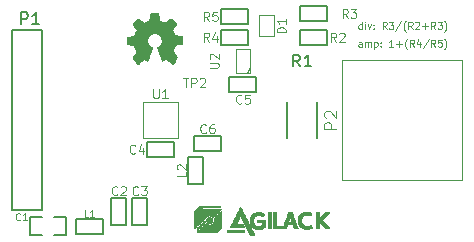
<source format=gbr>
G04 #@! TF.GenerationSoftware,KiCad,Pcbnew,5.0.2*
G04 #@! TF.CreationDate,2020-09-10T14:17:03+02:00*
G04 #@! TF.ProjectId,pmod-ct,706d6f64-2d63-4742-9e6b-696361645f70,1*
G04 #@! TF.SameCoordinates,Original*
G04 #@! TF.FileFunction,Legend,Top*
G04 #@! TF.FilePolarity,Positive*
%FSLAX46Y46*%
G04 Gerber Fmt 4.6, Leading zero omitted, Abs format (unit mm)*
G04 Created by KiCad (PCBNEW 5.0.2) date jeu. 10 sept. 2020 14:17:03 CEST*
%MOMM*%
%LPD*%
G01*
G04 APERTURE LIST*
%ADD10C,0.101600*%
%ADD11C,0.150000*%
%ADD12C,0.127000*%
%ADD13C,0.027940*%
%ADD14C,0.076200*%
G04 APERTURE END LIST*
D10*
X159042857Y-98771428D02*
X159042857Y-98457142D01*
X159014285Y-98400000D01*
X158957142Y-98371428D01*
X158842857Y-98371428D01*
X158785714Y-98400000D01*
X159042857Y-98742857D02*
X158985714Y-98771428D01*
X158842857Y-98771428D01*
X158785714Y-98742857D01*
X158757142Y-98685714D01*
X158757142Y-98628571D01*
X158785714Y-98571428D01*
X158842857Y-98542857D01*
X158985714Y-98542857D01*
X159042857Y-98514285D01*
X159328571Y-98771428D02*
X159328571Y-98371428D01*
X159328571Y-98428571D02*
X159357142Y-98400000D01*
X159414285Y-98371428D01*
X159500000Y-98371428D01*
X159557142Y-98400000D01*
X159585714Y-98457142D01*
X159585714Y-98771428D01*
X159585714Y-98457142D02*
X159614285Y-98400000D01*
X159671428Y-98371428D01*
X159757142Y-98371428D01*
X159814285Y-98400000D01*
X159842857Y-98457142D01*
X159842857Y-98771428D01*
X160128571Y-98371428D02*
X160128571Y-98971428D01*
X160128571Y-98400000D02*
X160185714Y-98371428D01*
X160300000Y-98371428D01*
X160357142Y-98400000D01*
X160385714Y-98428571D01*
X160414285Y-98485714D01*
X160414285Y-98657142D01*
X160385714Y-98714285D01*
X160357142Y-98742857D01*
X160300000Y-98771428D01*
X160185714Y-98771428D01*
X160128571Y-98742857D01*
X160671428Y-98714285D02*
X160700000Y-98742857D01*
X160671428Y-98771428D01*
X160642857Y-98742857D01*
X160671428Y-98714285D01*
X160671428Y-98771428D01*
X160671428Y-98400000D02*
X160700000Y-98428571D01*
X160671428Y-98457142D01*
X160642857Y-98428571D01*
X160671428Y-98400000D01*
X160671428Y-98457142D01*
X161728571Y-98771428D02*
X161385714Y-98771428D01*
X161557142Y-98771428D02*
X161557142Y-98171428D01*
X161500000Y-98257142D01*
X161442857Y-98314285D01*
X161385714Y-98342857D01*
X161985714Y-98542857D02*
X162442857Y-98542857D01*
X162214285Y-98771428D02*
X162214285Y-98314285D01*
X162900000Y-99000000D02*
X162871428Y-98971428D01*
X162814285Y-98885714D01*
X162785714Y-98828571D01*
X162757142Y-98742857D01*
X162728571Y-98600000D01*
X162728571Y-98485714D01*
X162757142Y-98342857D01*
X162785714Y-98257142D01*
X162814285Y-98200000D01*
X162871428Y-98114285D01*
X162900000Y-98085714D01*
X163471428Y-98771428D02*
X163271428Y-98485714D01*
X163128571Y-98771428D02*
X163128571Y-98171428D01*
X163357142Y-98171428D01*
X163414285Y-98200000D01*
X163442857Y-98228571D01*
X163471428Y-98285714D01*
X163471428Y-98371428D01*
X163442857Y-98428571D01*
X163414285Y-98457142D01*
X163357142Y-98485714D01*
X163128571Y-98485714D01*
X163985714Y-98371428D02*
X163985714Y-98771428D01*
X163842857Y-98142857D02*
X163700000Y-98571428D01*
X164071428Y-98571428D01*
X164728571Y-98142857D02*
X164214285Y-98914285D01*
X165271428Y-98771428D02*
X165071428Y-98485714D01*
X164928571Y-98771428D02*
X164928571Y-98171428D01*
X165157142Y-98171428D01*
X165214285Y-98200000D01*
X165242857Y-98228571D01*
X165271428Y-98285714D01*
X165271428Y-98371428D01*
X165242857Y-98428571D01*
X165214285Y-98457142D01*
X165157142Y-98485714D01*
X164928571Y-98485714D01*
X165814285Y-98171428D02*
X165528571Y-98171428D01*
X165500000Y-98457142D01*
X165528571Y-98428571D01*
X165585714Y-98400000D01*
X165728571Y-98400000D01*
X165785714Y-98428571D01*
X165814285Y-98457142D01*
X165842857Y-98514285D01*
X165842857Y-98657142D01*
X165814285Y-98714285D01*
X165785714Y-98742857D01*
X165728571Y-98771428D01*
X165585714Y-98771428D01*
X165528571Y-98742857D01*
X165500000Y-98714285D01*
X166042857Y-99000000D02*
X166071428Y-98971428D01*
X166128571Y-98885714D01*
X166157142Y-98828571D01*
X166185714Y-98742857D01*
X166214285Y-98600000D01*
X166214285Y-98485714D01*
X166185714Y-98342857D01*
X166157142Y-98257142D01*
X166128571Y-98200000D01*
X166071428Y-98114285D01*
X166042857Y-98085714D01*
X159042857Y-97271428D02*
X159042857Y-96671428D01*
X159042857Y-97242857D02*
X158985714Y-97271428D01*
X158871428Y-97271428D01*
X158814285Y-97242857D01*
X158785714Y-97214285D01*
X158757142Y-97157142D01*
X158757142Y-96985714D01*
X158785714Y-96928571D01*
X158814285Y-96900000D01*
X158871428Y-96871428D01*
X158985714Y-96871428D01*
X159042857Y-96900000D01*
X159328571Y-97271428D02*
X159328571Y-96871428D01*
X159328571Y-96671428D02*
X159300000Y-96700000D01*
X159328571Y-96728571D01*
X159357142Y-96700000D01*
X159328571Y-96671428D01*
X159328571Y-96728571D01*
X159557142Y-96871428D02*
X159700000Y-97271428D01*
X159842857Y-96871428D01*
X160071428Y-97214285D02*
X160100000Y-97242857D01*
X160071428Y-97271428D01*
X160042857Y-97242857D01*
X160071428Y-97214285D01*
X160071428Y-97271428D01*
X160071428Y-96900000D02*
X160100000Y-96928571D01*
X160071428Y-96957142D01*
X160042857Y-96928571D01*
X160071428Y-96900000D01*
X160071428Y-96957142D01*
X161157142Y-97271428D02*
X160957142Y-96985714D01*
X160814285Y-97271428D02*
X160814285Y-96671428D01*
X161042857Y-96671428D01*
X161100000Y-96700000D01*
X161128571Y-96728571D01*
X161157142Y-96785714D01*
X161157142Y-96871428D01*
X161128571Y-96928571D01*
X161100000Y-96957142D01*
X161042857Y-96985714D01*
X160814285Y-96985714D01*
X161357142Y-96671428D02*
X161728571Y-96671428D01*
X161528571Y-96900000D01*
X161614285Y-96900000D01*
X161671428Y-96928571D01*
X161700000Y-96957142D01*
X161728571Y-97014285D01*
X161728571Y-97157142D01*
X161700000Y-97214285D01*
X161671428Y-97242857D01*
X161614285Y-97271428D01*
X161442857Y-97271428D01*
X161385714Y-97242857D01*
X161357142Y-97214285D01*
X162414285Y-96642857D02*
X161900000Y-97414285D01*
X162785714Y-97500000D02*
X162757142Y-97471428D01*
X162700000Y-97385714D01*
X162671428Y-97328571D01*
X162642857Y-97242857D01*
X162614285Y-97100000D01*
X162614285Y-96985714D01*
X162642857Y-96842857D01*
X162671428Y-96757142D01*
X162700000Y-96700000D01*
X162757142Y-96614285D01*
X162785714Y-96585714D01*
X163357142Y-97271428D02*
X163157142Y-96985714D01*
X163014285Y-97271428D02*
X163014285Y-96671428D01*
X163242857Y-96671428D01*
X163300000Y-96700000D01*
X163328571Y-96728571D01*
X163357142Y-96785714D01*
X163357142Y-96871428D01*
X163328571Y-96928571D01*
X163300000Y-96957142D01*
X163242857Y-96985714D01*
X163014285Y-96985714D01*
X163585714Y-96728571D02*
X163614285Y-96700000D01*
X163671428Y-96671428D01*
X163814285Y-96671428D01*
X163871428Y-96700000D01*
X163900000Y-96728571D01*
X163928571Y-96785714D01*
X163928571Y-96842857D01*
X163900000Y-96928571D01*
X163557142Y-97271428D01*
X163928571Y-97271428D01*
X164185714Y-97042857D02*
X164642857Y-97042857D01*
X164414285Y-97271428D02*
X164414285Y-96814285D01*
X165271428Y-97271428D02*
X165071428Y-96985714D01*
X164928571Y-97271428D02*
X164928571Y-96671428D01*
X165157142Y-96671428D01*
X165214285Y-96700000D01*
X165242857Y-96728571D01*
X165271428Y-96785714D01*
X165271428Y-96871428D01*
X165242857Y-96928571D01*
X165214285Y-96957142D01*
X165157142Y-96985714D01*
X164928571Y-96985714D01*
X165471428Y-96671428D02*
X165842857Y-96671428D01*
X165642857Y-96900000D01*
X165728571Y-96900000D01*
X165785714Y-96928571D01*
X165814285Y-96957142D01*
X165842857Y-97014285D01*
X165842857Y-97157142D01*
X165814285Y-97214285D01*
X165785714Y-97242857D01*
X165728571Y-97271428D01*
X165557142Y-97271428D01*
X165500000Y-97242857D01*
X165471428Y-97214285D01*
X166042857Y-97500000D02*
X166071428Y-97471428D01*
X166128571Y-97385714D01*
X166157142Y-97328571D01*
X166185714Y-97242857D01*
X166214285Y-97100000D01*
X166214285Y-96985714D01*
X166185714Y-96842857D01*
X166157142Y-96757142D01*
X166128571Y-96700000D01*
X166071428Y-96614285D01*
X166042857Y-96585714D01*
D11*
G04 #@! TO.C,P1*
X132000000Y-112620000D02*
X132000000Y-97380000D01*
X132000000Y-97380000D02*
X129460000Y-97380000D01*
X129460000Y-97380000D02*
X129460000Y-112620000D01*
X132000000Y-112620000D02*
X129460000Y-112620000D01*
D10*
G04 #@! TO.C,P2*
X157380000Y-110080000D02*
X167540000Y-110080000D01*
X167540000Y-110080000D02*
X167540000Y-99920000D01*
X167540000Y-99920000D02*
X157380000Y-99920000D01*
X157380000Y-99920000D02*
X157380000Y-110080000D01*
D11*
G04 #@! TO.C,R1*
X155250000Y-103500000D02*
X155250000Y-106500000D01*
X152750000Y-103500000D02*
X152750000Y-106490000D01*
D10*
G04 #@! TO.C,D1*
X151635000Y-96136400D02*
X151635000Y-97863600D01*
X151635000Y-97863600D02*
X150365000Y-97863600D01*
X150365000Y-97863600D02*
X150365000Y-96136400D01*
X150365000Y-96136400D02*
X151635000Y-96136400D01*
D12*
G04 #@! TO.C,R2*
X156143000Y-98645000D02*
X153857000Y-98645000D01*
X153857000Y-98645000D02*
X153857000Y-97375000D01*
X153857000Y-97375000D02*
X156143000Y-97375000D01*
X156143000Y-97375000D02*
X156143000Y-98645000D01*
D10*
G04 #@! TO.C,U2*
X149625000Y-100508000D02*
X149312500Y-101000000D01*
X149625000Y-99000000D02*
X149625000Y-101000000D01*
X149625000Y-101000000D02*
X148375000Y-101000000D01*
X148375000Y-101000000D02*
X148375000Y-99000000D01*
X148375000Y-99000000D02*
X149625000Y-99000000D01*
D12*
G04 #@! TO.C,C1*
X133008000Y-113238000D02*
X134024000Y-113238000D01*
X134024000Y-113238000D02*
X134024000Y-114762000D01*
X134024000Y-114762000D02*
X133008000Y-114762000D01*
X131992000Y-114762000D02*
X130976000Y-114762000D01*
X130976000Y-114762000D02*
X130976000Y-113238000D01*
X130976000Y-113238000D02*
X131992000Y-113238000D01*
G04 #@! TO.C,C2*
X137865000Y-111607000D02*
X139135000Y-111607000D01*
X137865000Y-113893000D02*
X137865000Y-111607000D01*
X139135000Y-113893000D02*
X137865000Y-113893000D01*
X139135000Y-111607000D02*
X139135000Y-113893000D01*
G04 #@! TO.C,C3*
X140885000Y-111607000D02*
X140885000Y-113893000D01*
X140885000Y-113893000D02*
X139615000Y-113893000D01*
X139615000Y-113893000D02*
X139615000Y-111607000D01*
X139615000Y-111607000D02*
X140885000Y-111607000D01*
G04 #@! TO.C,C4*
X140857000Y-108135000D02*
X140857000Y-106865000D01*
X143143000Y-108135000D02*
X140857000Y-108135000D01*
X143143000Y-106865000D02*
X143143000Y-108135000D01*
X140857000Y-106865000D02*
X143143000Y-106865000D01*
G04 #@! TO.C,C5*
X147857000Y-101365000D02*
X150143000Y-101365000D01*
X150143000Y-101365000D02*
X150143000Y-102635000D01*
X150143000Y-102635000D02*
X147857000Y-102635000D01*
X147857000Y-102635000D02*
X147857000Y-101365000D01*
G04 #@! TO.C,L1*
X134857000Y-113365000D02*
X137143000Y-113365000D01*
X137143000Y-113365000D02*
X137143000Y-114635000D01*
X137143000Y-114635000D02*
X134857000Y-114635000D01*
X134857000Y-114635000D02*
X134857000Y-113365000D01*
G04 #@! TO.C,R3*
X153857000Y-96635000D02*
X153857000Y-95365000D01*
X156143000Y-96635000D02*
X153857000Y-96635000D01*
X156143000Y-95365000D02*
X156143000Y-96635000D01*
X153857000Y-95365000D02*
X156143000Y-95365000D01*
G04 #@! TO.C,R4*
X147107000Y-97365000D02*
X149393000Y-97365000D01*
X149393000Y-97365000D02*
X149393000Y-98635000D01*
X149393000Y-98635000D02*
X147107000Y-98635000D01*
X147107000Y-98635000D02*
X147107000Y-97365000D01*
G04 #@! TO.C,R5*
X147107000Y-96885000D02*
X147107000Y-95615000D01*
X149393000Y-96885000D02*
X147107000Y-96885000D01*
X149393000Y-95615000D02*
X149393000Y-96885000D01*
X147107000Y-95615000D02*
X149393000Y-95615000D01*
D10*
G04 #@! TO.C,U1*
X140500000Y-106500000D02*
X140500000Y-103500000D01*
X140500000Y-103500000D02*
X143500000Y-103500000D01*
X143500000Y-103500000D02*
X143500000Y-106500000D01*
X143500000Y-106500000D02*
X140500000Y-106500000D01*
D12*
G04 #@! TO.C,C6*
X144857000Y-107635000D02*
X144857000Y-106365000D01*
X147143000Y-107635000D02*
X144857000Y-107635000D01*
X147143000Y-106365000D02*
X147143000Y-107635000D01*
X144857000Y-106365000D02*
X147143000Y-106365000D01*
G04 #@! TO.C,L2*
X144365000Y-110393000D02*
X144365000Y-108107000D01*
X144365000Y-108107000D02*
X145635000Y-108107000D01*
X145635000Y-108107000D02*
X145635000Y-110393000D01*
X145635000Y-110393000D02*
X144365000Y-110393000D01*
D13*
G04 #@! TO.C,ohw_logo*
X140064900Y-100256600D02*
X140141100Y-100256600D01*
X143036700Y-100231200D02*
X143087500Y-100231200D01*
X140039500Y-100231200D02*
X140141100Y-100231200D01*
X143011300Y-100205800D02*
X143112900Y-100205800D01*
X140014100Y-100205800D02*
X140166500Y-100205800D01*
X142985900Y-100180400D02*
X143138300Y-100180400D01*
X139988700Y-100180400D02*
X140166500Y-100180400D01*
X142960500Y-100155000D02*
X143163700Y-100155000D01*
X139963300Y-100155000D02*
X140191900Y-100155000D01*
X142935100Y-100129600D02*
X143163700Y-100129600D01*
X139937900Y-100129600D02*
X140191900Y-100129600D01*
X142909700Y-100104200D02*
X143189100Y-100104200D01*
X139937900Y-100104200D02*
X140217300Y-100104200D01*
X142858900Y-100078800D02*
X143189100Y-100078800D01*
X139912500Y-100078800D02*
X140242700Y-100078800D01*
X142808100Y-100053400D02*
X143214500Y-100053400D01*
X139912500Y-100053400D02*
X140268100Y-100053400D01*
X142757300Y-100028000D02*
X143214500Y-100028000D01*
X139912500Y-100028000D02*
X140293500Y-100028000D01*
X142731900Y-100002600D02*
X143214500Y-100002600D01*
X139912500Y-100002600D02*
X140344300Y-100002600D01*
X142706500Y-99977200D02*
X143214500Y-99977200D01*
X139887100Y-99977200D02*
X140369700Y-99977200D01*
X142655700Y-99951800D02*
X143214500Y-99951800D01*
X142147700Y-99951800D02*
X142173100Y-99951800D01*
X140852300Y-99951800D02*
X140903100Y-99951800D01*
X139861700Y-99951800D02*
X140420500Y-99951800D01*
X142655700Y-99926400D02*
X143214500Y-99926400D01*
X142147700Y-99926400D02*
X142223900Y-99926400D01*
X140801500Y-99926400D02*
X140903100Y-99926400D01*
X139836300Y-99926400D02*
X140445900Y-99926400D01*
X142630300Y-99901000D02*
X143189100Y-99901000D01*
X142122300Y-99901000D02*
X142274700Y-99901000D01*
X140750700Y-99901000D02*
X140928500Y-99901000D01*
X139810900Y-99901000D02*
X140496700Y-99901000D01*
X142604900Y-99875600D02*
X143214500Y-99875600D01*
X142122300Y-99875600D02*
X142325500Y-99875600D01*
X140674500Y-99875600D02*
X140928500Y-99875600D01*
X139785500Y-99875600D02*
X140547500Y-99875600D01*
X142579500Y-99850200D02*
X143239900Y-99850200D01*
X142122300Y-99850200D02*
X142376300Y-99850200D01*
X139760100Y-99850200D02*
X140953900Y-99850200D01*
X142503300Y-99824800D02*
X143265300Y-99824800D01*
X142096900Y-99824800D02*
X142452500Y-99824800D01*
X139734700Y-99824800D02*
X140953900Y-99824800D01*
X142096900Y-99799400D02*
X143290700Y-99799400D01*
X139709300Y-99799400D02*
X140953900Y-99799400D01*
X142071500Y-99774000D02*
X143290700Y-99774000D01*
X139683900Y-99774000D02*
X140979300Y-99774000D01*
X142071500Y-99748600D02*
X143316100Y-99748600D01*
X139658500Y-99748600D02*
X140979300Y-99748600D01*
X142071500Y-99723200D02*
X143341500Y-99723200D01*
X139658500Y-99723200D02*
X140979300Y-99723200D01*
X142046100Y-99697800D02*
X143366900Y-99697800D01*
X139658500Y-99697800D02*
X141004700Y-99697800D01*
X142046100Y-99672400D02*
X143392300Y-99672400D01*
X139658500Y-99672400D02*
X141004700Y-99672400D01*
X142046100Y-99647000D02*
X143392300Y-99647000D01*
X139683900Y-99647000D02*
X141004700Y-99647000D01*
X142020700Y-99621600D02*
X143392300Y-99621600D01*
X139709300Y-99621600D02*
X141030100Y-99621600D01*
X142020700Y-99596200D02*
X143366900Y-99596200D01*
X139709300Y-99596200D02*
X141030100Y-99596200D01*
X141995300Y-99570800D02*
X143366900Y-99570800D01*
X139734700Y-99570800D02*
X141030100Y-99570800D01*
X141995300Y-99545400D02*
X143341500Y-99545400D01*
X139760100Y-99545400D02*
X141055500Y-99545400D01*
X141995300Y-99520000D02*
X143316100Y-99520000D01*
X139785500Y-99520000D02*
X141055500Y-99520000D01*
X141969900Y-99494600D02*
X143290700Y-99494600D01*
X139785500Y-99494600D02*
X141055500Y-99494600D01*
X141969900Y-99469200D02*
X143290700Y-99469200D01*
X139810900Y-99469200D02*
X141080900Y-99469200D01*
X141944500Y-99443800D02*
X143265300Y-99443800D01*
X139836300Y-99443800D02*
X141080900Y-99443800D01*
X141944500Y-99418400D02*
X143239900Y-99418400D01*
X139836300Y-99418400D02*
X141106300Y-99418400D01*
X141944500Y-99393000D02*
X143239900Y-99393000D01*
X139861700Y-99393000D02*
X141106300Y-99393000D01*
X141919100Y-99367600D02*
X143214500Y-99367600D01*
X139887100Y-99367600D02*
X141106300Y-99367600D01*
X141919100Y-99342200D02*
X143189100Y-99342200D01*
X139912500Y-99342200D02*
X141131700Y-99342200D01*
X141893700Y-99316800D02*
X143189100Y-99316800D01*
X139912500Y-99316800D02*
X141131700Y-99316800D01*
X141893700Y-99291400D02*
X143163700Y-99291400D01*
X139937900Y-99291400D02*
X141131700Y-99291400D01*
X141893700Y-99266000D02*
X143138300Y-99266000D01*
X139963300Y-99266000D02*
X141157100Y-99266000D01*
X141868300Y-99240600D02*
X143138300Y-99240600D01*
X139988700Y-99240600D02*
X141157100Y-99240600D01*
X141868300Y-99215200D02*
X143112900Y-99215200D01*
X139988700Y-99215200D02*
X141157100Y-99215200D01*
X141868300Y-99189800D02*
X143087500Y-99189800D01*
X139988700Y-99189800D02*
X141182500Y-99189800D01*
X141842900Y-99164400D02*
X143062100Y-99164400D01*
X139988700Y-99164400D02*
X141182500Y-99164400D01*
X141842900Y-99139000D02*
X143062100Y-99139000D01*
X139963300Y-99139000D02*
X141182500Y-99139000D01*
X141817500Y-99113600D02*
X143036700Y-99113600D01*
X139963300Y-99113600D02*
X141207900Y-99113600D01*
X141817500Y-99088200D02*
X143062100Y-99088200D01*
X139937900Y-99088200D02*
X141207900Y-99088200D01*
X141817500Y-99062800D02*
X143062100Y-99062800D01*
X139937900Y-99062800D02*
X141207900Y-99062800D01*
X141792100Y-99037400D02*
X143087500Y-99037400D01*
X139912500Y-99037400D02*
X141233300Y-99037400D01*
X141792100Y-99012000D02*
X143087500Y-99012000D01*
X139912500Y-99012000D02*
X141233300Y-99012000D01*
X141766700Y-98986600D02*
X143112900Y-98986600D01*
X139887100Y-98986600D02*
X141258700Y-98986600D01*
X141766700Y-98961200D02*
X143112900Y-98961200D01*
X139887100Y-98961200D02*
X141258700Y-98961200D01*
X141766700Y-98935800D02*
X143112900Y-98935800D01*
X139861700Y-98935800D02*
X141258700Y-98935800D01*
X141741300Y-98910400D02*
X143138300Y-98910400D01*
X139861700Y-98910400D02*
X141284100Y-98910400D01*
X141741300Y-98885000D02*
X143138300Y-98885000D01*
X139861700Y-98885000D02*
X141284100Y-98885000D01*
X141741300Y-98859600D02*
X143163700Y-98859600D01*
X139836300Y-98859600D02*
X141284100Y-98859600D01*
X141741300Y-98834200D02*
X143163700Y-98834200D01*
X139836300Y-98834200D02*
X141258700Y-98834200D01*
X141792100Y-98808800D02*
X143163700Y-98808800D01*
X139836300Y-98808800D02*
X141207900Y-98808800D01*
X141842900Y-98783400D02*
X143189100Y-98783400D01*
X139810900Y-98783400D02*
X141157100Y-98783400D01*
X141868300Y-98758000D02*
X143189100Y-98758000D01*
X139810900Y-98758000D02*
X141131700Y-98758000D01*
X141893700Y-98732600D02*
X143189100Y-98732600D01*
X139810900Y-98732600D02*
X141106300Y-98732600D01*
X141944500Y-98707200D02*
X143189100Y-98707200D01*
X139810900Y-98707200D02*
X141055500Y-98707200D01*
X141969900Y-98681800D02*
X143214500Y-98681800D01*
X139785500Y-98681800D02*
X141055500Y-98681800D01*
X141969900Y-98656400D02*
X143214500Y-98656400D01*
X139683900Y-98656400D02*
X141030100Y-98656400D01*
X141995300Y-98631000D02*
X143214500Y-98631000D01*
X139556900Y-98631000D02*
X141004700Y-98631000D01*
X142020700Y-98605600D02*
X143316100Y-98605600D01*
X139404500Y-98605600D02*
X140979300Y-98605600D01*
X142046100Y-98580200D02*
X143493900Y-98580200D01*
X139277500Y-98580200D02*
X140979300Y-98580200D01*
X142046100Y-98554800D02*
X143646300Y-98554800D01*
X139175900Y-98554800D02*
X140953900Y-98554800D01*
X142071500Y-98529400D02*
X143798700Y-98529400D01*
X139175900Y-98529400D02*
X140928500Y-98529400D01*
X142071500Y-98504000D02*
X143824100Y-98504000D01*
X139175900Y-98504000D02*
X140928500Y-98504000D01*
X142096900Y-98478600D02*
X143824100Y-98478600D01*
X139175900Y-98478600D02*
X140928500Y-98478600D01*
X142096900Y-98453200D02*
X143824100Y-98453200D01*
X139175900Y-98453200D02*
X140903100Y-98453200D01*
X142096900Y-98427800D02*
X143849500Y-98427800D01*
X139175900Y-98427800D02*
X140903100Y-98427800D01*
X142122300Y-98402400D02*
X143849500Y-98402400D01*
X139150500Y-98402400D02*
X140903100Y-98402400D01*
X142122300Y-98377000D02*
X143849500Y-98377000D01*
X139150500Y-98377000D02*
X140877700Y-98377000D01*
X142122300Y-98351600D02*
X143849500Y-98351600D01*
X139150500Y-98351600D02*
X140877700Y-98351600D01*
X142122300Y-98326200D02*
X143849500Y-98326200D01*
X139150500Y-98326200D02*
X140877700Y-98326200D01*
X142122300Y-98300800D02*
X143849500Y-98300800D01*
X139150500Y-98300800D02*
X140877700Y-98300800D01*
X142122300Y-98275400D02*
X143849500Y-98275400D01*
X139150500Y-98275400D02*
X140877700Y-98275400D01*
X142122300Y-98250000D02*
X143849500Y-98250000D01*
X139150500Y-98250000D02*
X140877700Y-98250000D01*
X142122300Y-98224600D02*
X143849500Y-98224600D01*
X139150500Y-98224600D02*
X140877700Y-98224600D01*
X142122300Y-98199200D02*
X143849500Y-98199200D01*
X139150500Y-98199200D02*
X140877700Y-98199200D01*
X142122300Y-98173800D02*
X143849500Y-98173800D01*
X139175900Y-98173800D02*
X140877700Y-98173800D01*
X142122300Y-98148400D02*
X143824100Y-98148400D01*
X139175900Y-98148400D02*
X140877700Y-98148400D01*
X142122300Y-98123000D02*
X143824100Y-98123000D01*
X139175900Y-98123000D02*
X140903100Y-98123000D01*
X142096900Y-98097600D02*
X143824100Y-98097600D01*
X139175900Y-98097600D02*
X140903100Y-98097600D01*
X142096900Y-98072200D02*
X143824100Y-98072200D01*
X139175900Y-98072200D02*
X140903100Y-98072200D01*
X142096900Y-98046800D02*
X143824100Y-98046800D01*
X139175900Y-98046800D02*
X140903100Y-98046800D01*
X142071500Y-98021400D02*
X143824100Y-98021400D01*
X139175900Y-98021400D02*
X140928500Y-98021400D01*
X142071500Y-97996000D02*
X143824100Y-97996000D01*
X139175900Y-97996000D02*
X140928500Y-97996000D01*
X142046100Y-97970600D02*
X143824100Y-97970600D01*
X139175900Y-97970600D02*
X140953900Y-97970600D01*
X142046100Y-97945200D02*
X143824100Y-97945200D01*
X139201300Y-97945200D02*
X140953900Y-97945200D01*
X142020700Y-97919800D02*
X143798700Y-97919800D01*
X139328300Y-97919800D02*
X140979300Y-97919800D01*
X141995300Y-97894400D02*
X143798700Y-97894400D01*
X139480700Y-97894400D02*
X141004700Y-97894400D01*
X141995300Y-97869000D02*
X143697100Y-97869000D01*
X139633100Y-97869000D02*
X141004700Y-97869000D01*
X141969900Y-97843600D02*
X143544700Y-97843600D01*
X139785500Y-97843600D02*
X141030100Y-97843600D01*
X141944500Y-97818200D02*
X143417700Y-97818200D01*
X139810900Y-97818200D02*
X141055500Y-97818200D01*
X141919100Y-97792800D02*
X143265300Y-97792800D01*
X139810900Y-97792800D02*
X141080900Y-97792800D01*
X141893700Y-97767400D02*
X143189100Y-97767400D01*
X139810900Y-97767400D02*
X141106300Y-97767400D01*
X141842900Y-97742000D02*
X143163700Y-97742000D01*
X139836300Y-97742000D02*
X141157100Y-97742000D01*
X141817500Y-97716600D02*
X143163700Y-97716600D01*
X139836300Y-97716600D02*
X141182500Y-97716600D01*
X141766700Y-97691200D02*
X143163700Y-97691200D01*
X139836300Y-97691200D02*
X141233300Y-97691200D01*
X141690500Y-97665800D02*
X143138300Y-97665800D01*
X139861700Y-97665800D02*
X141309500Y-97665800D01*
X141614300Y-97640400D02*
X143138300Y-97640400D01*
X139861700Y-97640400D02*
X141385700Y-97640400D01*
X139861700Y-97615000D02*
X143112900Y-97615000D01*
X139887100Y-97589600D02*
X143112900Y-97589600D01*
X139887100Y-97564200D02*
X143112900Y-97564200D01*
X139912500Y-97538800D02*
X143087500Y-97538800D01*
X139912500Y-97513400D02*
X143087500Y-97513400D01*
X139937900Y-97488000D02*
X143062100Y-97488000D01*
X139937900Y-97462600D02*
X143062100Y-97462600D01*
X139963300Y-97437200D02*
X143036700Y-97437200D01*
X139963300Y-97411800D02*
X143036700Y-97411800D01*
X139988700Y-97386400D02*
X143011300Y-97386400D01*
X139988700Y-97361000D02*
X142985900Y-97361000D01*
X139988700Y-97335600D02*
X142985900Y-97335600D01*
X139963300Y-97310200D02*
X143011300Y-97310200D01*
X139963300Y-97284800D02*
X143011300Y-97284800D01*
X139937900Y-97259400D02*
X143036700Y-97259400D01*
X139912500Y-97234000D02*
X143062100Y-97234000D01*
X139912500Y-97208600D02*
X143087500Y-97208600D01*
X139887100Y-97183200D02*
X143087500Y-97183200D01*
X139861700Y-97157800D02*
X143112900Y-97157800D01*
X139861700Y-97132400D02*
X143138300Y-97132400D01*
X139836300Y-97107000D02*
X143163700Y-97107000D01*
X139810900Y-97081600D02*
X143163700Y-97081600D01*
X139810900Y-97056200D02*
X143189100Y-97056200D01*
X139785500Y-97030800D02*
X143214500Y-97030800D01*
X139760100Y-97005400D02*
X143214500Y-97005400D01*
X139734700Y-96980000D02*
X143239900Y-96980000D01*
X139734700Y-96954600D02*
X143265300Y-96954600D01*
X139709300Y-96929200D02*
X143290700Y-96929200D01*
X139683900Y-96903800D02*
X143290700Y-96903800D01*
X139683900Y-96878400D02*
X143316100Y-96878400D01*
X139658500Y-96853000D02*
X143316100Y-96853000D01*
X139658500Y-96827600D02*
X143316100Y-96827600D01*
X139683900Y-96802200D02*
X143316100Y-96802200D01*
X139683900Y-96776800D02*
X143290700Y-96776800D01*
X140623700Y-96751400D02*
X143290700Y-96751400D01*
X139709300Y-96751400D02*
X140598300Y-96751400D01*
X142376300Y-96726000D02*
X143265300Y-96726000D01*
X140674500Y-96726000D02*
X142325500Y-96726000D01*
X139734700Y-96726000D02*
X140572900Y-96726000D01*
X142427100Y-96700600D02*
X143239900Y-96700600D01*
X140725300Y-96700600D02*
X142274700Y-96700600D01*
X139760100Y-96700600D02*
X140522100Y-96700600D01*
X142452500Y-96675200D02*
X143214500Y-96675200D01*
X140776100Y-96675200D02*
X142223900Y-96675200D01*
X139785500Y-96675200D02*
X140496700Y-96675200D01*
X142477900Y-96649800D02*
X143189100Y-96649800D01*
X140826900Y-96649800D02*
X142147700Y-96649800D01*
X139810900Y-96649800D02*
X140471300Y-96649800D01*
X142528700Y-96624400D02*
X143163700Y-96624400D01*
X140903100Y-96624400D02*
X142096900Y-96624400D01*
X139836300Y-96624400D02*
X140420500Y-96624400D01*
X142554100Y-96599000D02*
X143138300Y-96599000D01*
X140979300Y-96599000D02*
X142020700Y-96599000D01*
X139861700Y-96599000D02*
X140395100Y-96599000D01*
X142604900Y-96573600D02*
X143112900Y-96573600D01*
X141055500Y-96573600D02*
X141919100Y-96573600D01*
X139887100Y-96573600D02*
X140344300Y-96573600D01*
X142630300Y-96548200D02*
X143087500Y-96548200D01*
X141080900Y-96548200D02*
X141919100Y-96548200D01*
X139912500Y-96548200D02*
X140318900Y-96548200D01*
X142681100Y-96522800D02*
X143062100Y-96522800D01*
X141080900Y-96522800D02*
X141919100Y-96522800D01*
X139937900Y-96522800D02*
X140293500Y-96522800D01*
X142706500Y-96497400D02*
X143036700Y-96497400D01*
X141080900Y-96497400D02*
X141919100Y-96497400D01*
X139963300Y-96497400D02*
X140242700Y-96497400D01*
X142757300Y-96472000D02*
X142985900Y-96472000D01*
X141080900Y-96472000D02*
X141893700Y-96472000D01*
X140014100Y-96472000D02*
X140217300Y-96472000D01*
X142782700Y-96446600D02*
X142960500Y-96446600D01*
X141080900Y-96446600D02*
X141893700Y-96446600D01*
X140039500Y-96446600D02*
X140166500Y-96446600D01*
X142833500Y-96421200D02*
X142935100Y-96421200D01*
X141106300Y-96421200D02*
X141893700Y-96421200D01*
X140064900Y-96421200D02*
X140141100Y-96421200D01*
X141106300Y-96395800D02*
X141893700Y-96395800D01*
X141106300Y-96370400D02*
X141893700Y-96370400D01*
X141106300Y-96345000D02*
X141893700Y-96345000D01*
X141106300Y-96319600D02*
X141893700Y-96319600D01*
X141106300Y-96294200D02*
X141868300Y-96294200D01*
X141131700Y-96268800D02*
X141868300Y-96268800D01*
X141131700Y-96243400D02*
X141868300Y-96243400D01*
X141131700Y-96218000D02*
X141868300Y-96218000D01*
X141131700Y-96192600D02*
X141868300Y-96192600D01*
X141131700Y-96167200D02*
X141868300Y-96167200D01*
X141157100Y-96141800D02*
X141842900Y-96141800D01*
X141157100Y-96116400D02*
X141842900Y-96116400D01*
X141157100Y-96091000D02*
X141842900Y-96091000D01*
X141157100Y-96065600D02*
X141842900Y-96065600D01*
X141157100Y-96040200D02*
X141842900Y-96040200D01*
X141157100Y-96014800D02*
X141842900Y-96014800D01*
X141182500Y-95989400D02*
X141817500Y-95989400D01*
X141182500Y-95964000D02*
X141817500Y-95964000D01*
X141334900Y-95938600D02*
X141588900Y-95938600D01*
G04 #@! TO.C,agilack-11.5*
X149592840Y-114688720D02*
X149973840Y-114688720D01*
X149567440Y-114663320D02*
X149948440Y-114663320D01*
X149567440Y-114637920D02*
X149948440Y-114637920D01*
X149542040Y-114612520D02*
X149923040Y-114612520D01*
X149542040Y-114587120D02*
X149923040Y-114587120D01*
X149516640Y-114561720D02*
X149897640Y-114561720D01*
X149516640Y-114536320D02*
X149897640Y-114536320D01*
X149491240Y-114510920D02*
X149872240Y-114510920D01*
X149491240Y-114485520D02*
X149872240Y-114485520D01*
X147637040Y-114485520D02*
X149110240Y-114485520D01*
X149465840Y-114460120D02*
X149846840Y-114460120D01*
X147637040Y-114460120D02*
X149110240Y-114460120D01*
X145122440Y-114460120D02*
X146773440Y-114460120D01*
X149465840Y-114434720D02*
X149846840Y-114434720D01*
X147637040Y-114434720D02*
X149110240Y-114434720D01*
X145122440Y-114434720D02*
X146798840Y-114434720D01*
X149440440Y-114409320D02*
X149821440Y-114409320D01*
X147637040Y-114409320D02*
X149110240Y-114409320D01*
X145122440Y-114409320D02*
X146824240Y-114409320D01*
X149440440Y-114383920D02*
X149821440Y-114383920D01*
X147637040Y-114383920D02*
X149110240Y-114383920D01*
X145173240Y-114383920D02*
X146849640Y-114383920D01*
X149415040Y-114358520D02*
X149796040Y-114358520D01*
X147637040Y-114358520D02*
X149110240Y-114358520D01*
X145198640Y-114358520D02*
X146875040Y-114358520D01*
X149415040Y-114333120D02*
X149770640Y-114333120D01*
X147637040Y-114333120D02*
X149110240Y-114333120D01*
X145224040Y-114333120D02*
X146900440Y-114333120D01*
X149389640Y-114307720D02*
X149770640Y-114307720D01*
X147637040Y-114307720D02*
X149110240Y-114307720D01*
X145249440Y-114307720D02*
X146925840Y-114307720D01*
X149389640Y-114282320D02*
X149745240Y-114282320D01*
X147637040Y-114282320D02*
X149110240Y-114282320D01*
X145274840Y-114282320D02*
X146951240Y-114282320D01*
X149364240Y-114256920D02*
X149745240Y-114256920D01*
X147637040Y-114256920D02*
X149110240Y-114256920D01*
X145300240Y-114256920D02*
X146976640Y-114256920D01*
X145122440Y-114256920D02*
X145147840Y-114256920D01*
X149364240Y-114231520D02*
X149719840Y-114231520D01*
X145325640Y-114231520D02*
X147002040Y-114231520D01*
X145122440Y-114231520D02*
X145173240Y-114231520D01*
X150075440Y-114206120D02*
X150507240Y-114206120D01*
X149338840Y-114206120D02*
X149719840Y-114206120D01*
X145351040Y-114206120D02*
X147027440Y-114206120D01*
X145122440Y-114206120D02*
X145198640Y-114206120D01*
X154139440Y-114180720D02*
X154571240Y-114180720D01*
X149999240Y-114180720D02*
X150583440Y-114180720D01*
X149338840Y-114180720D02*
X149694440Y-114180720D01*
X145376440Y-114180720D02*
X147052840Y-114180720D01*
X145122440Y-114180720D02*
X145224040Y-114180720D01*
X155968240Y-114155320D02*
X156323840Y-114155320D01*
X155155440Y-114155320D02*
X155409440Y-114155320D01*
X154063240Y-114155320D02*
X154672840Y-114155320D01*
X153352040Y-114155320D02*
X153631440Y-114155320D01*
X151574040Y-114155320D02*
X152615440Y-114155320D01*
X151142240Y-114155320D02*
X151396240Y-114155320D01*
X149923040Y-114155320D02*
X150659640Y-114155320D01*
X149313440Y-114155320D02*
X149694440Y-114155320D01*
X145401840Y-114155320D02*
X147078240Y-114155320D01*
X145122440Y-114155320D02*
X145249440Y-114155320D01*
X155942840Y-114129920D02*
X156298440Y-114129920D01*
X155155440Y-114129920D02*
X155409440Y-114129920D01*
X153987040Y-114129920D02*
X154749040Y-114129920D01*
X153326640Y-114129920D02*
X153606040Y-114129920D01*
X151574040Y-114129920D02*
X152615440Y-114129920D01*
X151142240Y-114129920D02*
X151396240Y-114129920D01*
X149872240Y-114129920D02*
X150710440Y-114129920D01*
X149313440Y-114129920D02*
X149669040Y-114129920D01*
X145427240Y-114129920D02*
X147103640Y-114129920D01*
X145122440Y-114129920D02*
X145274840Y-114129920D01*
X144868440Y-114129920D02*
X144944640Y-114129920D01*
X155917440Y-114104520D02*
X156273040Y-114104520D01*
X155155440Y-114104520D02*
X155409440Y-114104520D01*
X153961640Y-114104520D02*
X154825240Y-114104520D01*
X153326640Y-114104520D02*
X153606040Y-114104520D01*
X151574040Y-114104520D02*
X152640840Y-114104520D01*
X151142240Y-114104520D02*
X151396240Y-114104520D01*
X149846840Y-114104520D02*
X150735840Y-114104520D01*
X149288040Y-114104520D02*
X149669040Y-114104520D01*
X145452640Y-114104520D02*
X147129040Y-114104520D01*
X145122440Y-114104520D02*
X145300240Y-114104520D01*
X144868440Y-114104520D02*
X144970040Y-114104520D01*
X155892040Y-114079120D02*
X156247640Y-114079120D01*
X155155440Y-114079120D02*
X155409440Y-114079120D01*
X153910840Y-114079120D02*
X154825240Y-114079120D01*
X153301240Y-114079120D02*
X153606040Y-114079120D01*
X151574040Y-114079120D02*
X152640840Y-114079120D01*
X151142240Y-114079120D02*
X151396240Y-114079120D01*
X149821440Y-114079120D02*
X150786640Y-114079120D01*
X149288040Y-114079120D02*
X149643640Y-114079120D01*
X147916440Y-114079120D02*
X149110240Y-114079120D01*
X145478040Y-114079120D02*
X147154440Y-114079120D01*
X145122440Y-114079120D02*
X145325640Y-114079120D01*
X144868440Y-114079120D02*
X144995440Y-114079120D01*
X155866640Y-114053720D02*
X156222240Y-114053720D01*
X155155440Y-114053720D02*
X155409440Y-114053720D01*
X153885440Y-114053720D02*
X154799840Y-114053720D01*
X153301240Y-114053720D02*
X153580640Y-114053720D01*
X151574040Y-114053720D02*
X152640840Y-114053720D01*
X151142240Y-114053720D02*
X151396240Y-114053720D01*
X149770640Y-114053720D02*
X150812040Y-114053720D01*
X149262640Y-114053720D02*
X149643640Y-114053720D01*
X147916440Y-114053720D02*
X149110240Y-114053720D01*
X145503440Y-114053720D02*
X147179840Y-114053720D01*
X145173240Y-114053720D02*
X145351040Y-114053720D01*
X144868440Y-114053720D02*
X145020840Y-114053720D01*
X155841240Y-114028320D02*
X156222240Y-114028320D01*
X155155440Y-114028320D02*
X155409440Y-114028320D01*
X153834640Y-114028320D02*
X154799840Y-114028320D01*
X153301240Y-114028320D02*
X153580640Y-114028320D01*
X151574040Y-114028320D02*
X152666240Y-114028320D01*
X151142240Y-114028320D02*
X151396240Y-114028320D01*
X149770640Y-114028320D02*
X150837440Y-114028320D01*
X149262640Y-114028320D02*
X149618240Y-114028320D01*
X147916440Y-114028320D02*
X149110240Y-114028320D01*
X145528840Y-114028320D02*
X147179840Y-114028320D01*
X145198640Y-114028320D02*
X145376440Y-114028320D01*
X144868440Y-114028320D02*
X145046240Y-114028320D01*
X155841240Y-114002920D02*
X156196840Y-114002920D01*
X155155440Y-114002920D02*
X155409440Y-114002920D01*
X153809240Y-114002920D02*
X154799840Y-114002920D01*
X153275840Y-114002920D02*
X153580640Y-114002920D01*
X151574040Y-114002920D02*
X152666240Y-114002920D01*
X151142240Y-114002920D02*
X151396240Y-114002920D01*
X149745240Y-114002920D02*
X150837440Y-114002920D01*
X149237240Y-114002920D02*
X149618240Y-114002920D01*
X147941840Y-114002920D02*
X149084840Y-114002920D01*
X145554240Y-114002920D02*
X147179840Y-114002920D01*
X145224040Y-114002920D02*
X145401840Y-114002920D01*
X144868440Y-114002920D02*
X145046240Y-114002920D01*
X155815840Y-113977520D02*
X156171440Y-113977520D01*
X155155440Y-113977520D02*
X155409440Y-113977520D01*
X153783840Y-113977520D02*
X154774440Y-113977520D01*
X153275840Y-113977520D02*
X153555240Y-113977520D01*
X151574040Y-113977520D02*
X152666240Y-113977520D01*
X151142240Y-113977520D02*
X151396240Y-113977520D01*
X149719840Y-113977520D02*
X150837440Y-113977520D01*
X149237240Y-113977520D02*
X149592840Y-113977520D01*
X147941840Y-113977520D02*
X149084840Y-113977520D01*
X145579640Y-113977520D02*
X147179840Y-113977520D01*
X145249440Y-113977520D02*
X145427240Y-113977520D01*
X144868440Y-113977520D02*
X145046240Y-113977520D01*
X155790440Y-113952120D02*
X156146040Y-113952120D01*
X155155440Y-113952120D02*
X155409440Y-113952120D01*
X153783840Y-113952120D02*
X154774440Y-113952120D01*
X153250440Y-113952120D02*
X153555240Y-113952120D01*
X151574040Y-113952120D02*
X152691640Y-113952120D01*
X151142240Y-113952120D02*
X151396240Y-113952120D01*
X150456440Y-113952120D02*
X150837440Y-113952120D01*
X149694440Y-113952120D02*
X150177040Y-113952120D01*
X149211840Y-113952120D02*
X149592840Y-113952120D01*
X147967240Y-113952120D02*
X149059440Y-113952120D01*
X145605040Y-113952120D02*
X147179840Y-113952120D01*
X145274840Y-113952120D02*
X145452640Y-113952120D01*
X144868440Y-113952120D02*
X145046240Y-113952120D01*
X155765040Y-113926720D02*
X156120640Y-113926720D01*
X155155440Y-113926720D02*
X155409440Y-113926720D01*
X154571240Y-113926720D02*
X154749040Y-113926720D01*
X153758440Y-113926720D02*
X154241040Y-113926720D01*
X153250440Y-113926720D02*
X153555240Y-113926720D01*
X152412240Y-113926720D02*
X152691640Y-113926720D01*
X151574040Y-113926720D02*
X151828040Y-113926720D01*
X151142240Y-113926720D02*
X151396240Y-113926720D01*
X150532640Y-113926720D02*
X150837440Y-113926720D01*
X149669040Y-113926720D02*
X150100840Y-113926720D01*
X149211840Y-113926720D02*
X149567440Y-113926720D01*
X147967240Y-113926720D02*
X149059440Y-113926720D01*
X145630440Y-113926720D02*
X147179840Y-113926720D01*
X145300240Y-113926720D02*
X145478040Y-113926720D01*
X144868440Y-113926720D02*
X145046240Y-113926720D01*
X155739640Y-113901320D02*
X156095240Y-113901320D01*
X155155440Y-113901320D02*
X155409440Y-113901320D01*
X154647440Y-113901320D02*
X154749040Y-113901320D01*
X153733040Y-113901320D02*
X154164840Y-113901320D01*
X153250440Y-113901320D02*
X153529840Y-113901320D01*
X152437640Y-113901320D02*
X152717040Y-113901320D01*
X151574040Y-113901320D02*
X151828040Y-113901320D01*
X151142240Y-113901320D02*
X151396240Y-113901320D01*
X150558040Y-113901320D02*
X150837440Y-113901320D01*
X149669040Y-113901320D02*
X150050040Y-113901320D01*
X149186440Y-113901320D02*
X149567440Y-113901320D01*
X147992640Y-113901320D02*
X149034040Y-113901320D01*
X145655840Y-113901320D02*
X147179840Y-113901320D01*
X145325640Y-113901320D02*
X145503440Y-113901320D01*
X145122440Y-113901320D02*
X145173240Y-113901320D01*
X144868440Y-113901320D02*
X145046240Y-113901320D01*
X155714240Y-113875920D02*
X156069840Y-113875920D01*
X155155440Y-113875920D02*
X155409440Y-113875920D01*
X153733040Y-113875920D02*
X154114040Y-113875920D01*
X153225040Y-113875920D02*
X153529840Y-113875920D01*
X152437640Y-113875920D02*
X152717040Y-113875920D01*
X151574040Y-113875920D02*
X151828040Y-113875920D01*
X151142240Y-113875920D02*
X151396240Y-113875920D01*
X150583440Y-113875920D02*
X150837440Y-113875920D01*
X149643640Y-113875920D02*
X150024640Y-113875920D01*
X149186440Y-113875920D02*
X149542040Y-113875920D01*
X147992640Y-113875920D02*
X149034040Y-113875920D01*
X145681240Y-113875920D02*
X147179840Y-113875920D01*
X145351040Y-113875920D02*
X145528840Y-113875920D01*
X145122440Y-113875920D02*
X145198640Y-113875920D01*
X144868440Y-113875920D02*
X145046240Y-113875920D01*
X155688840Y-113850520D02*
X156044440Y-113850520D01*
X155155440Y-113850520D02*
X155409440Y-113850520D01*
X153707640Y-113850520D02*
X154088640Y-113850520D01*
X153225040Y-113850520D02*
X153504440Y-113850520D01*
X152437640Y-113850520D02*
X152717040Y-113850520D01*
X151574040Y-113850520D02*
X151828040Y-113850520D01*
X151142240Y-113850520D02*
X151396240Y-113850520D01*
X150583440Y-113850520D02*
X150837440Y-113850520D01*
X149643640Y-113850520D02*
X149999240Y-113850520D01*
X149161040Y-113850520D02*
X149542040Y-113850520D01*
X148018040Y-113850520D02*
X149008640Y-113850520D01*
X146189240Y-113850520D02*
X147179840Y-113850520D01*
X145706640Y-113850520D02*
X146087640Y-113850520D01*
X145376440Y-113850520D02*
X145554240Y-113850520D01*
X145122440Y-113850520D02*
X145224040Y-113850520D01*
X144868440Y-113850520D02*
X145046240Y-113850520D01*
X155663440Y-113825120D02*
X156019040Y-113825120D01*
X155155440Y-113825120D02*
X155409440Y-113825120D01*
X153682240Y-113825120D02*
X154063240Y-113825120D01*
X153225040Y-113825120D02*
X153504440Y-113825120D01*
X152463040Y-113825120D02*
X152742440Y-113825120D01*
X151574040Y-113825120D02*
X151828040Y-113825120D01*
X151142240Y-113825120D02*
X151396240Y-113825120D01*
X150583440Y-113825120D02*
X150837440Y-113825120D01*
X149618240Y-113825120D02*
X149973840Y-113825120D01*
X149161040Y-113825120D02*
X149516640Y-113825120D01*
X148018040Y-113825120D02*
X149008640Y-113825120D01*
X146290840Y-113825120D02*
X147179840Y-113825120D01*
X145732040Y-113825120D02*
X146011440Y-113825120D01*
X145401840Y-113825120D02*
X145579640Y-113825120D01*
X145122440Y-113825120D02*
X145249440Y-113825120D01*
X144868440Y-113825120D02*
X145046240Y-113825120D01*
X155663440Y-113799720D02*
X155993640Y-113799720D01*
X155155440Y-113799720D02*
X155409440Y-113799720D01*
X153682240Y-113799720D02*
X154037840Y-113799720D01*
X152463040Y-113799720D02*
X153504440Y-113799720D01*
X151574040Y-113799720D02*
X151828040Y-113799720D01*
X151142240Y-113799720D02*
X151396240Y-113799720D01*
X150583440Y-113799720D02*
X150837440Y-113799720D01*
X149618240Y-113799720D02*
X149948440Y-113799720D01*
X149135640Y-113799720D02*
X149516640Y-113799720D01*
X148043440Y-113799720D02*
X148983240Y-113799720D01*
X146341640Y-113799720D02*
X147179840Y-113799720D01*
X145757440Y-113799720D02*
X145935240Y-113799720D01*
X145427240Y-113799720D02*
X145605040Y-113799720D01*
X145122440Y-113799720D02*
X145274840Y-113799720D01*
X144868440Y-113799720D02*
X145046240Y-113799720D01*
X155638040Y-113774320D02*
X155993640Y-113774320D01*
X155155440Y-113774320D02*
X155409440Y-113774320D01*
X153682240Y-113774320D02*
X154012440Y-113774320D01*
X152488440Y-113774320D02*
X153479040Y-113774320D01*
X151574040Y-113774320D02*
X151828040Y-113774320D01*
X151142240Y-113774320D02*
X151396240Y-113774320D01*
X150583440Y-113774320D02*
X150837440Y-113774320D01*
X149592840Y-113774320D02*
X149923040Y-113774320D01*
X149135640Y-113774320D02*
X149491240Y-113774320D01*
X148043440Y-113774320D02*
X148983240Y-113774320D01*
X146367040Y-113774320D02*
X147179840Y-113774320D01*
X145782840Y-113774320D02*
X145909840Y-113774320D01*
X145452640Y-113774320D02*
X145630440Y-113774320D01*
X145122440Y-113774320D02*
X145300240Y-113774320D01*
X144868440Y-113774320D02*
X145046240Y-113774320D01*
X155612640Y-113748920D02*
X155968240Y-113748920D01*
X155155440Y-113748920D02*
X155409440Y-113748920D01*
X153656840Y-113748920D02*
X153987040Y-113748920D01*
X152488440Y-113748920D02*
X153479040Y-113748920D01*
X151574040Y-113748920D02*
X151828040Y-113748920D01*
X151142240Y-113748920D02*
X151396240Y-113748920D01*
X150583440Y-113748920D02*
X150837440Y-113748920D01*
X149592840Y-113748920D02*
X149923040Y-113748920D01*
X149110240Y-113748920D02*
X149491240Y-113748920D01*
X148068840Y-113748920D02*
X148449840Y-113748920D01*
X146417840Y-113748920D02*
X147179840Y-113748920D01*
X145808240Y-113748920D02*
X145884440Y-113748920D01*
X145478040Y-113748920D02*
X145655840Y-113748920D01*
X145122440Y-113748920D02*
X145325640Y-113748920D01*
X144868440Y-113748920D02*
X145046240Y-113748920D01*
X155587240Y-113723520D02*
X155942840Y-113723520D01*
X155155440Y-113723520D02*
X155409440Y-113723520D01*
X153656840Y-113723520D02*
X153961640Y-113723520D01*
X152488440Y-113723520D02*
X153479040Y-113723520D01*
X151574040Y-113723520D02*
X151828040Y-113723520D01*
X151142240Y-113723520D02*
X151396240Y-113723520D01*
X150583440Y-113723520D02*
X150837440Y-113723520D01*
X149592840Y-113723520D02*
X149897640Y-113723520D01*
X149110240Y-113723520D02*
X149465840Y-113723520D01*
X148068840Y-113723520D02*
X148449840Y-113723520D01*
X146443240Y-113723520D02*
X147179840Y-113723520D01*
X146113040Y-113723520D02*
X146163840Y-113723520D01*
X145833640Y-113723520D02*
X145859040Y-113723520D01*
X145503440Y-113723520D02*
X145681240Y-113723520D01*
X145122440Y-113723520D02*
X145351040Y-113723520D01*
X144868440Y-113723520D02*
X145046240Y-113723520D01*
X155561840Y-113698120D02*
X155917440Y-113698120D01*
X155155440Y-113698120D02*
X155409440Y-113698120D01*
X153656840Y-113698120D02*
X153961640Y-113698120D01*
X152513840Y-113698120D02*
X153453640Y-113698120D01*
X151574040Y-113698120D02*
X151828040Y-113698120D01*
X151142240Y-113698120D02*
X151396240Y-113698120D01*
X150583440Y-113698120D02*
X150837440Y-113698120D01*
X149592840Y-113698120D02*
X149872240Y-113698120D01*
X149084840Y-113698120D02*
X149465840Y-113698120D01*
X148094240Y-113698120D02*
X148475240Y-113698120D01*
X146443240Y-113698120D02*
X147179840Y-113698120D01*
X146036840Y-113698120D02*
X146265440Y-113698120D01*
X145528840Y-113698120D02*
X145706640Y-113698120D01*
X145122440Y-113698120D02*
X145351040Y-113698120D01*
X144868440Y-113698120D02*
X145046240Y-113698120D01*
X155536440Y-113672720D02*
X155892040Y-113672720D01*
X155155440Y-113672720D02*
X155409440Y-113672720D01*
X153631440Y-113672720D02*
X153936240Y-113672720D01*
X152513840Y-113672720D02*
X153453640Y-113672720D01*
X151574040Y-113672720D02*
X151828040Y-113672720D01*
X151142240Y-113672720D02*
X151396240Y-113672720D01*
X150583440Y-113672720D02*
X150837440Y-113672720D01*
X149567440Y-113672720D02*
X149872240Y-113672720D01*
X149084840Y-113672720D02*
X149440440Y-113672720D01*
X148094240Y-113672720D02*
X148475240Y-113672720D01*
X146468640Y-113672720D02*
X147179840Y-113672720D01*
X145986040Y-113672720D02*
X146290840Y-113672720D01*
X145554240Y-113672720D02*
X145732040Y-113672720D01*
X145122440Y-113672720D02*
X145376440Y-113672720D01*
X144868440Y-113672720D02*
X145046240Y-113672720D01*
X155511040Y-113647320D02*
X155866640Y-113647320D01*
X155155440Y-113647320D02*
X155409440Y-113647320D01*
X153631440Y-113647320D02*
X153936240Y-113647320D01*
X152513840Y-113647320D02*
X153428240Y-113647320D01*
X151574040Y-113647320D02*
X151828040Y-113647320D01*
X151142240Y-113647320D02*
X151396240Y-113647320D01*
X150583440Y-113647320D02*
X150837440Y-113647320D01*
X149567440Y-113647320D02*
X149872240Y-113647320D01*
X149059440Y-113647320D02*
X149440440Y-113647320D01*
X148119640Y-113647320D02*
X148500640Y-113647320D01*
X146494040Y-113647320D02*
X147179840Y-113647320D01*
X145960640Y-113647320D02*
X146341640Y-113647320D01*
X145579640Y-113647320D02*
X145757440Y-113647320D01*
X145122440Y-113647320D02*
X145401840Y-113647320D01*
X144868440Y-113647320D02*
X145046240Y-113647320D01*
X155511040Y-113621920D02*
X155841240Y-113621920D01*
X155155440Y-113621920D02*
X155409440Y-113621920D01*
X153631440Y-113621920D02*
X153936240Y-113621920D01*
X152539240Y-113621920D02*
X153428240Y-113621920D01*
X151574040Y-113621920D02*
X151828040Y-113621920D01*
X151142240Y-113621920D02*
X151396240Y-113621920D01*
X150202440Y-113621920D02*
X150837440Y-113621920D01*
X149567440Y-113621920D02*
X149846840Y-113621920D01*
X149059440Y-113621920D02*
X149415040Y-113621920D01*
X148119640Y-113621920D02*
X148500640Y-113621920D01*
X146519440Y-113621920D02*
X147179840Y-113621920D01*
X145935240Y-113621920D02*
X146341640Y-113621920D01*
X145605040Y-113621920D02*
X145757440Y-113621920D01*
X145122440Y-113621920D02*
X145427240Y-113621920D01*
X144868440Y-113621920D02*
X145046240Y-113621920D01*
X155485640Y-113596520D02*
X155815840Y-113596520D01*
X155155440Y-113596520D02*
X155409440Y-113596520D01*
X153631440Y-113596520D02*
X153910840Y-113596520D01*
X152539240Y-113596520D02*
X153428240Y-113596520D01*
X151574040Y-113596520D02*
X151828040Y-113596520D01*
X151142240Y-113596520D02*
X151396240Y-113596520D01*
X150202440Y-113596520D02*
X150837440Y-113596520D01*
X149567440Y-113596520D02*
X149846840Y-113596520D01*
X149034040Y-113596520D02*
X149415040Y-113596520D01*
X148145040Y-113596520D02*
X148526040Y-113596520D01*
X146544840Y-113596520D02*
X147179840Y-113596520D01*
X145935240Y-113596520D02*
X146367040Y-113596520D01*
X145630440Y-113596520D02*
X145757440Y-113596520D01*
X145122440Y-113596520D02*
X145452640Y-113596520D01*
X144868440Y-113596520D02*
X145046240Y-113596520D01*
X155460240Y-113571120D02*
X155790440Y-113571120D01*
X155155440Y-113571120D02*
X155409440Y-113571120D01*
X153631440Y-113571120D02*
X153910840Y-113571120D01*
X153123440Y-113571120D02*
X153402840Y-113571120D01*
X152539240Y-113571120D02*
X152818640Y-113571120D01*
X151574040Y-113571120D02*
X151828040Y-113571120D01*
X151142240Y-113571120D02*
X151396240Y-113571120D01*
X150202440Y-113571120D02*
X150837440Y-113571120D01*
X149567440Y-113571120D02*
X149846840Y-113571120D01*
X149034040Y-113571120D02*
X149389640Y-113571120D01*
X148145040Y-113571120D02*
X148526040Y-113571120D01*
X146570240Y-113571120D02*
X147179840Y-113571120D01*
X145909840Y-113571120D02*
X146367040Y-113571120D01*
X145655840Y-113571120D02*
X145757440Y-113571120D01*
X145122440Y-113571120D02*
X145478040Y-113571120D01*
X144868440Y-113571120D02*
X145046240Y-113571120D01*
X155434840Y-113545720D02*
X155765040Y-113545720D01*
X155155440Y-113545720D02*
X155409440Y-113545720D01*
X153631440Y-113545720D02*
X153910840Y-113545720D01*
X153123440Y-113545720D02*
X153402840Y-113545720D01*
X152564640Y-113545720D02*
X152818640Y-113545720D01*
X151574040Y-113545720D02*
X151828040Y-113545720D01*
X151142240Y-113545720D02*
X151396240Y-113545720D01*
X150202440Y-113545720D02*
X150837440Y-113545720D01*
X149567440Y-113545720D02*
X149846840Y-113545720D01*
X149008640Y-113545720D02*
X149389640Y-113545720D01*
X148170440Y-113545720D02*
X148551440Y-113545720D01*
X146595640Y-113545720D02*
X147179840Y-113545720D01*
X145909840Y-113545720D02*
X146392440Y-113545720D01*
X145681240Y-113545720D02*
X145757440Y-113545720D01*
X145122440Y-113545720D02*
X145503440Y-113545720D01*
X144868440Y-113545720D02*
X145046240Y-113545720D01*
X155155440Y-113520320D02*
X155765040Y-113520320D01*
X153631440Y-113520320D02*
X153910840Y-113520320D01*
X153123440Y-113520320D02*
X153402840Y-113520320D01*
X152564640Y-113520320D02*
X152844040Y-113520320D01*
X151574040Y-113520320D02*
X151828040Y-113520320D01*
X151142240Y-113520320D02*
X151396240Y-113520320D01*
X150202440Y-113520320D02*
X150837440Y-113520320D01*
X149567440Y-113520320D02*
X149846840Y-113520320D01*
X149008640Y-113520320D02*
X149364240Y-113520320D01*
X148170440Y-113520320D02*
X148551440Y-113520320D01*
X146621040Y-113520320D02*
X147179840Y-113520320D01*
X145909840Y-113520320D02*
X146392440Y-113520320D01*
X145706640Y-113520320D02*
X145757440Y-113520320D01*
X145122440Y-113520320D02*
X145528840Y-113520320D01*
X144868440Y-113520320D02*
X145046240Y-113520320D01*
X155155440Y-113494920D02*
X155739640Y-113494920D01*
X153631440Y-113494920D02*
X153910840Y-113494920D01*
X153098040Y-113494920D02*
X153377440Y-113494920D01*
X152590040Y-113494920D02*
X152844040Y-113494920D01*
X151574040Y-113494920D02*
X151828040Y-113494920D01*
X151142240Y-113494920D02*
X151396240Y-113494920D01*
X150202440Y-113494920D02*
X150837440Y-113494920D01*
X149567440Y-113494920D02*
X149846840Y-113494920D01*
X148983240Y-113494920D02*
X149364240Y-113494920D01*
X148195840Y-113494920D02*
X148551440Y-113494920D01*
X146646440Y-113494920D02*
X147179840Y-113494920D01*
X145909840Y-113494920D02*
X146392440Y-113494920D01*
X145732040Y-113494920D02*
X145757440Y-113494920D01*
X145122440Y-113494920D02*
X145554240Y-113494920D01*
X144868440Y-113494920D02*
X145046240Y-113494920D01*
X155155440Y-113469520D02*
X155714240Y-113469520D01*
X153631440Y-113469520D02*
X153910840Y-113469520D01*
X153098040Y-113469520D02*
X153377440Y-113469520D01*
X152590040Y-113469520D02*
X152844040Y-113469520D01*
X151574040Y-113469520D02*
X151828040Y-113469520D01*
X151142240Y-113469520D02*
X151396240Y-113469520D01*
X150202440Y-113469520D02*
X150837440Y-113469520D01*
X149567440Y-113469520D02*
X149846840Y-113469520D01*
X148983240Y-113469520D02*
X149338840Y-113469520D01*
X148195840Y-113469520D02*
X148576840Y-113469520D01*
X146671840Y-113469520D02*
X147179840Y-113469520D01*
X145909840Y-113469520D02*
X146392440Y-113469520D01*
X145122440Y-113469520D02*
X145579640Y-113469520D01*
X144868440Y-113469520D02*
X145046240Y-113469520D01*
X155155440Y-113444120D02*
X155688840Y-113444120D01*
X153631440Y-113444120D02*
X153910840Y-113444120D01*
X153098040Y-113444120D02*
X153377440Y-113444120D01*
X152590040Y-113444120D02*
X152869440Y-113444120D01*
X151574040Y-113444120D02*
X151828040Y-113444120D01*
X151142240Y-113444120D02*
X151396240Y-113444120D01*
X150202440Y-113444120D02*
X150837440Y-113444120D01*
X149567440Y-113444120D02*
X149846840Y-113444120D01*
X148957840Y-113444120D02*
X149338840Y-113444120D01*
X148221240Y-113444120D02*
X148576840Y-113444120D01*
X146697240Y-113444120D02*
X147179840Y-113444120D01*
X145909840Y-113444120D02*
X146392440Y-113444120D01*
X145122440Y-113444120D02*
X145605040Y-113444120D01*
X144868440Y-113444120D02*
X145046240Y-113444120D01*
X155155440Y-113418720D02*
X155688840Y-113418720D01*
X153631440Y-113418720D02*
X153910840Y-113418720D01*
X153072640Y-113418720D02*
X153352040Y-113418720D01*
X152615440Y-113418720D02*
X152869440Y-113418720D01*
X151574040Y-113418720D02*
X151828040Y-113418720D01*
X151142240Y-113418720D02*
X151396240Y-113418720D01*
X150202440Y-113418720D02*
X150837440Y-113418720D01*
X149567440Y-113418720D02*
X149846840Y-113418720D01*
X148957840Y-113418720D02*
X149313440Y-113418720D01*
X148221240Y-113418720D02*
X148602240Y-113418720D01*
X146722640Y-113418720D02*
X147179840Y-113418720D01*
X146544840Y-113418720D02*
X146570240Y-113418720D01*
X145909840Y-113418720D02*
X146392440Y-113418720D01*
X145122440Y-113418720D02*
X145630440Y-113418720D01*
X144868440Y-113418720D02*
X145046240Y-113418720D01*
X155155440Y-113393320D02*
X155714240Y-113393320D01*
X153631440Y-113393320D02*
X153910840Y-113393320D01*
X153072640Y-113393320D02*
X153352040Y-113393320D01*
X152615440Y-113393320D02*
X152869440Y-113393320D01*
X151574040Y-113393320D02*
X151828040Y-113393320D01*
X151142240Y-113393320D02*
X151396240Y-113393320D01*
X149567440Y-113393320D02*
X149846840Y-113393320D01*
X148932440Y-113393320D02*
X149313440Y-113393320D01*
X148246640Y-113393320D02*
X148602240Y-113393320D01*
X146748040Y-113393320D02*
X147179840Y-113393320D01*
X146544840Y-113393320D02*
X146595640Y-113393320D01*
X145909840Y-113393320D02*
X146392440Y-113393320D01*
X145122440Y-113393320D02*
X145655840Y-113393320D01*
X144868440Y-113393320D02*
X145046240Y-113393320D01*
X155434840Y-113367920D02*
X155739640Y-113367920D01*
X155155440Y-113367920D02*
X155409440Y-113367920D01*
X153631440Y-113367920D02*
X153910840Y-113367920D01*
X153072640Y-113367920D02*
X153326640Y-113367920D01*
X152615440Y-113367920D02*
X152894840Y-113367920D01*
X151574040Y-113367920D02*
X151828040Y-113367920D01*
X151142240Y-113367920D02*
X151396240Y-113367920D01*
X149567440Y-113367920D02*
X149846840Y-113367920D01*
X148932440Y-113367920D02*
X149288040Y-113367920D01*
X148246640Y-113367920D02*
X148627640Y-113367920D01*
X146773440Y-113367920D02*
X147179840Y-113367920D01*
X146544840Y-113367920D02*
X146621040Y-113367920D01*
X145909840Y-113367920D02*
X146367040Y-113367920D01*
X145122440Y-113367920D02*
X145681240Y-113367920D01*
X144868440Y-113367920D02*
X145046240Y-113367920D01*
X155434840Y-113342520D02*
X155765040Y-113342520D01*
X155155440Y-113342520D02*
X155409440Y-113342520D01*
X153631440Y-113342520D02*
X153910840Y-113342520D01*
X153047240Y-113342520D02*
X153326640Y-113342520D01*
X152640840Y-113342520D02*
X152894840Y-113342520D01*
X151574040Y-113342520D02*
X151828040Y-113342520D01*
X151142240Y-113342520D02*
X151396240Y-113342520D01*
X149567440Y-113342520D02*
X149872240Y-113342520D01*
X148907040Y-113342520D02*
X149288040Y-113342520D01*
X148272040Y-113342520D02*
X148627640Y-113342520D01*
X146798840Y-113342520D02*
X147179840Y-113342520D01*
X146544840Y-113342520D02*
X146646440Y-113342520D01*
X145935240Y-113342520D02*
X146367040Y-113342520D01*
X145122440Y-113342520D02*
X145706640Y-113342520D01*
X144868440Y-113342520D02*
X145046240Y-113342520D01*
X155460240Y-113317120D02*
X155790440Y-113317120D01*
X155155440Y-113317120D02*
X155409440Y-113317120D01*
X153631440Y-113317120D02*
X153936240Y-113317120D01*
X153047240Y-113317120D02*
X153326640Y-113317120D01*
X152640840Y-113317120D02*
X152894840Y-113317120D01*
X151574040Y-113317120D02*
X151828040Y-113317120D01*
X151142240Y-113317120D02*
X151396240Y-113317120D01*
X149567440Y-113317120D02*
X149872240Y-113317120D01*
X148907040Y-113317120D02*
X149262640Y-113317120D01*
X148272040Y-113317120D02*
X148653040Y-113317120D01*
X146824240Y-113317120D02*
X147179840Y-113317120D01*
X146544840Y-113317120D02*
X146697240Y-113317120D01*
X145935240Y-113317120D02*
X146367040Y-113317120D01*
X145122440Y-113317120D02*
X145732040Y-113317120D01*
X144868440Y-113317120D02*
X145046240Y-113317120D01*
X155485640Y-113291720D02*
X155815840Y-113291720D01*
X155155440Y-113291720D02*
X155409440Y-113291720D01*
X153631440Y-113291720D02*
X153936240Y-113291720D01*
X153047240Y-113291720D02*
X153301240Y-113291720D01*
X152640840Y-113291720D02*
X152920240Y-113291720D01*
X151574040Y-113291720D02*
X151828040Y-113291720D01*
X151142240Y-113291720D02*
X151396240Y-113291720D01*
X149592840Y-113291720D02*
X149872240Y-113291720D01*
X148881640Y-113291720D02*
X149262640Y-113291720D01*
X148297440Y-113291720D02*
X148653040Y-113291720D01*
X146849640Y-113291720D02*
X147179840Y-113291720D01*
X146544840Y-113291720D02*
X146722640Y-113291720D01*
X145960640Y-113291720D02*
X146341640Y-113291720D01*
X145122440Y-113291720D02*
X145757440Y-113291720D01*
X144868440Y-113291720D02*
X145046240Y-113291720D01*
X155511040Y-113266320D02*
X155841240Y-113266320D01*
X155155440Y-113266320D02*
X155409440Y-113266320D01*
X153656840Y-113266320D02*
X153961640Y-113266320D01*
X153021840Y-113266320D02*
X153301240Y-113266320D01*
X152666240Y-113266320D02*
X152920240Y-113266320D01*
X151574040Y-113266320D02*
X151828040Y-113266320D01*
X151142240Y-113266320D02*
X151396240Y-113266320D01*
X149592840Y-113266320D02*
X149897640Y-113266320D01*
X148881640Y-113266320D02*
X149237240Y-113266320D01*
X148297440Y-113266320D02*
X148678440Y-113266320D01*
X146875040Y-113266320D02*
X147179840Y-113266320D01*
X146544840Y-113266320D02*
X146748040Y-113266320D01*
X145986040Y-113266320D02*
X146316240Y-113266320D01*
X145122440Y-113266320D02*
X145782840Y-113266320D01*
X144868440Y-113266320D02*
X145046240Y-113266320D01*
X155536440Y-113240920D02*
X155866640Y-113240920D01*
X155155440Y-113240920D02*
X155409440Y-113240920D01*
X153656840Y-113240920D02*
X153961640Y-113240920D01*
X153021840Y-113240920D02*
X153301240Y-113240920D01*
X152666240Y-113240920D02*
X152920240Y-113240920D01*
X151574040Y-113240920D02*
X151828040Y-113240920D01*
X151142240Y-113240920D02*
X151396240Y-113240920D01*
X149592840Y-113240920D02*
X149897640Y-113240920D01*
X148856240Y-113240920D02*
X149211840Y-113240920D01*
X148322840Y-113240920D02*
X148678440Y-113240920D01*
X146900440Y-113240920D02*
X147179840Y-113240920D01*
X146570240Y-113240920D02*
X146773440Y-113240920D01*
X146011440Y-113240920D02*
X146290840Y-113240920D01*
X145122440Y-113240920D02*
X145808240Y-113240920D01*
X144868440Y-113240920D02*
X145046240Y-113240920D01*
X155561840Y-113215520D02*
X155892040Y-113215520D01*
X155155440Y-113215520D02*
X155409440Y-113215520D01*
X153656840Y-113215520D02*
X153987040Y-113215520D01*
X153021840Y-113215520D02*
X153275840Y-113215520D01*
X152691640Y-113215520D02*
X152945640Y-113215520D01*
X151574040Y-113215520D02*
X151828040Y-113215520D01*
X151142240Y-113215520D02*
X151396240Y-113215520D01*
X149592840Y-113215520D02*
X149923040Y-113215520D01*
X148856240Y-113215520D02*
X149211840Y-113215520D01*
X148322840Y-113215520D02*
X148703840Y-113215520D01*
X146925840Y-113215520D02*
X147179840Y-113215520D01*
X146595640Y-113215520D02*
X146798840Y-113215520D01*
X146443240Y-113215520D02*
X146468640Y-113215520D01*
X146062240Y-113215520D02*
X146240040Y-113215520D01*
X145122440Y-113215520D02*
X145833640Y-113215520D01*
X144868440Y-113215520D02*
X145046240Y-113215520D01*
X155587240Y-113190120D02*
X155917440Y-113190120D01*
X155155440Y-113190120D02*
X155409440Y-113190120D01*
X153656840Y-113190120D02*
X153987040Y-113190120D01*
X152996440Y-113190120D02*
X153275840Y-113190120D01*
X152691640Y-113190120D02*
X152945640Y-113190120D01*
X151574040Y-113190120D02*
X151828040Y-113190120D01*
X151142240Y-113190120D02*
X151396240Y-113190120D01*
X149618240Y-113190120D02*
X149948440Y-113190120D01*
X148830840Y-113190120D02*
X149186440Y-113190120D01*
X148348240Y-113190120D02*
X148703840Y-113190120D01*
X146951240Y-113190120D02*
X147179840Y-113190120D01*
X146621040Y-113190120D02*
X146824240Y-113190120D01*
X146417840Y-113190120D02*
X146468640Y-113190120D01*
X145122440Y-113190120D02*
X145859040Y-113190120D01*
X144868440Y-113190120D02*
X145046240Y-113190120D01*
X155612640Y-113164720D02*
X155942840Y-113164720D01*
X155155440Y-113164720D02*
X155409440Y-113164720D01*
X153682240Y-113164720D02*
X154012440Y-113164720D01*
X152996440Y-113164720D02*
X153275840Y-113164720D01*
X152691640Y-113164720D02*
X152945640Y-113164720D01*
X151574040Y-113164720D02*
X151828040Y-113164720D01*
X151142240Y-113164720D02*
X151396240Y-113164720D01*
X149618240Y-113164720D02*
X149973840Y-113164720D01*
X148830840Y-113164720D02*
X149186440Y-113164720D01*
X148348240Y-113164720D02*
X148703840Y-113164720D01*
X146976640Y-113164720D02*
X147179840Y-113164720D01*
X146646440Y-113164720D02*
X146849640Y-113164720D01*
X146392440Y-113164720D02*
X146494040Y-113164720D01*
X145122440Y-113164720D02*
X145884440Y-113164720D01*
X144868440Y-113164720D02*
X145046240Y-113164720D01*
X155612640Y-113139320D02*
X155968240Y-113139320D01*
X155155440Y-113139320D02*
X155409440Y-113139320D01*
X153682240Y-113139320D02*
X154037840Y-113139320D01*
X152996440Y-113139320D02*
X153250440Y-113139320D01*
X152717040Y-113139320D02*
X152971040Y-113139320D01*
X151574040Y-113139320D02*
X151828040Y-113139320D01*
X151142240Y-113139320D02*
X151396240Y-113139320D01*
X150659640Y-113139320D02*
X150685040Y-113139320D01*
X149643640Y-113139320D02*
X149999240Y-113139320D01*
X148805440Y-113139320D02*
X149161040Y-113139320D01*
X148373640Y-113139320D02*
X148729240Y-113139320D01*
X147002040Y-113139320D02*
X147179840Y-113139320D01*
X146671840Y-113139320D02*
X146875040Y-113139320D01*
X146367040Y-113139320D02*
X146519440Y-113139320D01*
X145122440Y-113139320D02*
X145935240Y-113139320D01*
X144868440Y-113139320D02*
X145046240Y-113139320D01*
X155638040Y-113113920D02*
X155993640Y-113113920D01*
X155155440Y-113113920D02*
X155409440Y-113113920D01*
X153707640Y-113113920D02*
X154063240Y-113113920D01*
X152717040Y-113113920D02*
X153250440Y-113113920D01*
X151574040Y-113113920D02*
X151828040Y-113113920D01*
X151142240Y-113113920D02*
X151396240Y-113113920D01*
X150608840Y-113113920D02*
X150710440Y-113113920D01*
X149643640Y-113113920D02*
X150050040Y-113113920D01*
X148805440Y-113113920D02*
X149161040Y-113113920D01*
X148373640Y-113113920D02*
X148729240Y-113113920D01*
X147027440Y-113113920D02*
X147179840Y-113113920D01*
X146697240Y-113113920D02*
X146900440Y-113113920D01*
X146316240Y-113113920D02*
X146544840Y-113113920D01*
X145122440Y-113113920D02*
X145960640Y-113113920D01*
X144868440Y-113113920D02*
X145046240Y-113113920D01*
X155663440Y-113088520D02*
X156019040Y-113088520D01*
X155155440Y-113088520D02*
X155409440Y-113088520D01*
X153707640Y-113088520D02*
X154114040Y-113088520D01*
X152717040Y-113088520D02*
X153225040Y-113088520D01*
X151574040Y-113088520D02*
X151828040Y-113088520D01*
X151142240Y-113088520D02*
X151396240Y-113088520D01*
X150558040Y-113088520D02*
X150710440Y-113088520D01*
X149669040Y-113088520D02*
X150075440Y-113088520D01*
X148780040Y-113088520D02*
X149135640Y-113088520D01*
X148399040Y-113088520D02*
X148754640Y-113088520D01*
X147052840Y-113088520D02*
X147179840Y-113088520D01*
X146722640Y-113088520D02*
X146925840Y-113088520D01*
X146240040Y-113088520D02*
X146570240Y-113088520D01*
X145122440Y-113088520D02*
X146036840Y-113088520D01*
X144868440Y-113088520D02*
X145046240Y-113088520D01*
X155688840Y-113063120D02*
X156019040Y-113063120D01*
X155155440Y-113063120D02*
X155409440Y-113063120D01*
X154647440Y-113063120D02*
X154723640Y-113063120D01*
X153733040Y-113063120D02*
X154164840Y-113063120D01*
X152742440Y-113063120D02*
X153225040Y-113063120D01*
X151574040Y-113063120D02*
X151828040Y-113063120D01*
X151142240Y-113063120D02*
X151396240Y-113063120D01*
X150456440Y-113063120D02*
X150735840Y-113063120D01*
X149694440Y-113063120D02*
X150151640Y-113063120D01*
X148780040Y-113063120D02*
X149135640Y-113063120D01*
X148399040Y-113063120D02*
X148754640Y-113063120D01*
X147078240Y-113063120D02*
X147179840Y-113063120D01*
X146748040Y-113063120D02*
X146951240Y-113063120D01*
X145122440Y-113063120D02*
X146595640Y-113063120D01*
X144868440Y-113063120D02*
X145046240Y-113063120D01*
X155714240Y-113037720D02*
X156044440Y-113037720D01*
X155155440Y-113037720D02*
X155409440Y-113037720D01*
X154571240Y-113037720D02*
X154749040Y-113037720D01*
X153758440Y-113037720D02*
X154215640Y-113037720D01*
X152742440Y-113037720D02*
X153225040Y-113037720D01*
X151574040Y-113037720D02*
X151828040Y-113037720D01*
X151142240Y-113037720D02*
X151396240Y-113037720D01*
X149694440Y-113037720D02*
X150735840Y-113037720D01*
X148424440Y-113037720D02*
X149110240Y-113037720D01*
X147103640Y-113037720D02*
X147179840Y-113037720D01*
X146773440Y-113037720D02*
X146976640Y-113037720D01*
X145122440Y-113037720D02*
X146621040Y-113037720D01*
X144868440Y-113037720D02*
X145046240Y-113037720D01*
X155739640Y-113012320D02*
X156069840Y-113012320D01*
X155155440Y-113012320D02*
X155409440Y-113012320D01*
X153783840Y-113012320D02*
X154749040Y-113012320D01*
X152767840Y-113012320D02*
X153199640Y-113012320D01*
X151574040Y-113012320D02*
X151828040Y-113012320D01*
X151142240Y-113012320D02*
X151396240Y-113012320D01*
X149719840Y-113012320D02*
X150761240Y-113012320D01*
X148424440Y-113012320D02*
X149110240Y-113012320D01*
X147129040Y-113012320D02*
X147179840Y-113012320D01*
X146798840Y-113012320D02*
X147002040Y-113012320D01*
X145122440Y-113012320D02*
X146646440Y-113012320D01*
X144868440Y-113012320D02*
X145046240Y-113012320D01*
X155765040Y-112986920D02*
X156095240Y-112986920D01*
X155155440Y-112986920D02*
X155409440Y-112986920D01*
X153783840Y-112986920D02*
X154749040Y-112986920D01*
X152767840Y-112986920D02*
X153199640Y-112986920D01*
X151574040Y-112986920D02*
X151828040Y-112986920D01*
X151142240Y-112986920D02*
X151396240Y-112986920D01*
X149745240Y-112986920D02*
X150786640Y-112986920D01*
X148449840Y-112986920D02*
X149084840Y-112986920D01*
X146824240Y-112986920D02*
X147027440Y-112986920D01*
X145122440Y-112986920D02*
X146671840Y-112986920D01*
X144868440Y-112986920D02*
X145046240Y-112986920D01*
X155790440Y-112961520D02*
X156120640Y-112961520D01*
X155155440Y-112961520D02*
X155409440Y-112961520D01*
X153809240Y-112961520D02*
X154774440Y-112961520D01*
X152767840Y-112961520D02*
X153199640Y-112961520D01*
X151574040Y-112961520D02*
X151828040Y-112961520D01*
X151142240Y-112961520D02*
X151396240Y-112961520D01*
X149770640Y-112961520D02*
X150786640Y-112961520D01*
X148449840Y-112961520D02*
X149084840Y-112961520D01*
X146849640Y-112961520D02*
X147052840Y-112961520D01*
X145122440Y-112961520D02*
X146697240Y-112961520D01*
X144868440Y-112961520D02*
X145046240Y-112961520D01*
X155790440Y-112936120D02*
X156146040Y-112936120D01*
X155155440Y-112936120D02*
X155409440Y-112936120D01*
X153834640Y-112936120D02*
X154774440Y-112936120D01*
X152793240Y-112936120D02*
X153174240Y-112936120D01*
X151574040Y-112936120D02*
X151828040Y-112936120D01*
X151142240Y-112936120D02*
X151396240Y-112936120D01*
X149796040Y-112936120D02*
X150786640Y-112936120D01*
X148475240Y-112936120D02*
X149059440Y-112936120D01*
X146875040Y-112936120D02*
X147078240Y-112936120D01*
X145122440Y-112936120D02*
X146722640Y-112936120D01*
X144868440Y-112936120D02*
X145046240Y-112936120D01*
X155815840Y-112910720D02*
X156171440Y-112910720D01*
X155155440Y-112910720D02*
X155409440Y-112910720D01*
X153885440Y-112910720D02*
X154799840Y-112910720D01*
X152793240Y-112910720D02*
X153174240Y-112910720D01*
X151574040Y-112910720D02*
X151828040Y-112910720D01*
X151142240Y-112910720D02*
X151396240Y-112910720D01*
X149846840Y-112910720D02*
X150761240Y-112910720D01*
X148475240Y-112910720D02*
X149059440Y-112910720D01*
X146900440Y-112910720D02*
X147103640Y-112910720D01*
X145122440Y-112910720D02*
X146748040Y-112910720D01*
X144868440Y-112910720D02*
X145046240Y-112910720D01*
X155841240Y-112885320D02*
X156196840Y-112885320D01*
X155155440Y-112885320D02*
X155409440Y-112885320D01*
X153910840Y-112885320D02*
X154799840Y-112885320D01*
X152793240Y-112885320D02*
X153148840Y-112885320D01*
X151574040Y-112885320D02*
X151828040Y-112885320D01*
X151142240Y-112885320D02*
X151396240Y-112885320D01*
X149872240Y-112885320D02*
X150710440Y-112885320D01*
X148500640Y-112885320D02*
X149034040Y-112885320D01*
X146925840Y-112885320D02*
X147129040Y-112885320D01*
X145122440Y-112885320D02*
X146773440Y-112885320D01*
X144868440Y-112885320D02*
X145046240Y-112885320D01*
X155866640Y-112859920D02*
X156222240Y-112859920D01*
X155155440Y-112859920D02*
X155409440Y-112859920D01*
X153961640Y-112859920D02*
X154799840Y-112859920D01*
X152818640Y-112859920D02*
X153148840Y-112859920D01*
X151574040Y-112859920D02*
X151828040Y-112859920D01*
X151142240Y-112859920D02*
X151396240Y-112859920D01*
X149923040Y-112859920D02*
X150659640Y-112859920D01*
X148500640Y-112859920D02*
X149034040Y-112859920D01*
X146951240Y-112859920D02*
X147179840Y-112859920D01*
X145122440Y-112859920D02*
X146798840Y-112859920D01*
X144868440Y-112859920D02*
X145060000Y-112859920D01*
X155892040Y-112834520D02*
X156247640Y-112834520D01*
X155155440Y-112834520D02*
X155409440Y-112834520D01*
X154012440Y-112834520D02*
X154749040Y-112834520D01*
X152818640Y-112834520D02*
X153148840Y-112834520D01*
X151574040Y-112834520D02*
X151828040Y-112834520D01*
X151142240Y-112834520D02*
X151396240Y-112834520D01*
X149973840Y-112834520D02*
X150583440Y-112834520D01*
X148526040Y-112834520D02*
X149008640Y-112834520D01*
X146976640Y-112834520D02*
X147179840Y-112834520D01*
X145147840Y-112834520D02*
X146824240Y-112834520D01*
X144868440Y-112834520D02*
X145080000Y-112834520D01*
X155917440Y-112809120D02*
X156273040Y-112809120D01*
X155155440Y-112809120D02*
X155409440Y-112809120D01*
X154063240Y-112809120D02*
X154698240Y-112809120D01*
X152818640Y-112809120D02*
X153123440Y-112809120D01*
X151574040Y-112809120D02*
X151828040Y-112809120D01*
X151142240Y-112809120D02*
X151396240Y-112809120D01*
X150075440Y-112809120D02*
X150507240Y-112809120D01*
X148526040Y-112809120D02*
X149008640Y-112809120D01*
X147002040Y-112809120D02*
X147179840Y-112809120D01*
X145173240Y-112809120D02*
X146849640Y-112809120D01*
X144868440Y-112809120D02*
X145097040Y-112809120D01*
X155942840Y-112783720D02*
X156298440Y-112783720D01*
X155155440Y-112783720D02*
X155409440Y-112783720D01*
X154139440Y-112783720D02*
X154596640Y-112783720D01*
X152844040Y-112783720D02*
X153123440Y-112783720D01*
X151574040Y-112783720D02*
X151828040Y-112783720D01*
X151142240Y-112783720D02*
X151396240Y-112783720D01*
X148551440Y-112783720D02*
X148983240Y-112783720D01*
X147027440Y-112783720D02*
X147179840Y-112783720D01*
X145198640Y-112783720D02*
X146875040Y-112783720D01*
X144868440Y-112783720D02*
X145120000Y-112783720D01*
X148551440Y-112758320D02*
X148983240Y-112758320D01*
X147052840Y-112758320D02*
X147179840Y-112758320D01*
X145224040Y-112758320D02*
X146900440Y-112758320D01*
X144868440Y-112758320D02*
X145150000Y-112758320D01*
X148576840Y-112732920D02*
X148957840Y-112732920D01*
X147103640Y-112732920D02*
X147179840Y-112732920D01*
X145249440Y-112732920D02*
X146925840Y-112732920D01*
X144868440Y-112732920D02*
X145173240Y-112732920D01*
X148576840Y-112707520D02*
X148957840Y-112707520D01*
X147103640Y-112707520D02*
X147179840Y-112707520D01*
X145274840Y-112707520D02*
X146951240Y-112707520D01*
X144893840Y-112707520D02*
X145198640Y-112707520D01*
X148602240Y-112682120D02*
X148932440Y-112682120D01*
X145300240Y-112682120D02*
X146976640Y-112682120D01*
X144919240Y-112682120D02*
X145224040Y-112682120D01*
X148602240Y-112656720D02*
X148932440Y-112656720D01*
X145325640Y-112656720D02*
X147002040Y-112656720D01*
X144944640Y-112656720D02*
X145249440Y-112656720D01*
X148627640Y-112631320D02*
X148907040Y-112631320D01*
X145351040Y-112631320D02*
X147027440Y-112631320D01*
X144970040Y-112631320D02*
X145274840Y-112631320D01*
X148627640Y-112605920D02*
X148907040Y-112605920D01*
X145376440Y-112605920D02*
X147052840Y-112605920D01*
X144995440Y-112605920D02*
X145300240Y-112605920D01*
X148653040Y-112580520D02*
X148881640Y-112580520D01*
X145401840Y-112580520D02*
X147078240Y-112580520D01*
X145020840Y-112580520D02*
X145325640Y-112580520D01*
X148653040Y-112555120D02*
X148881640Y-112555120D01*
X145427240Y-112555120D02*
X147103640Y-112555120D01*
X145046240Y-112555120D02*
X145351040Y-112555120D01*
X148678440Y-112529720D02*
X148856240Y-112529720D01*
X145452640Y-112529720D02*
X147129040Y-112529720D01*
X145071640Y-112529720D02*
X145376440Y-112529720D01*
X148678440Y-112504320D02*
X148856240Y-112504320D01*
X145478040Y-112504320D02*
X147179840Y-112504320D01*
X145097040Y-112504320D02*
X145401840Y-112504320D01*
X148703840Y-112478920D02*
X148830840Y-112478920D01*
X145503440Y-112478920D02*
X147179840Y-112478920D01*
X145122440Y-112478920D02*
X145427240Y-112478920D01*
X148703840Y-112453520D02*
X148830840Y-112453520D01*
X145147840Y-112453520D02*
X145452640Y-112453520D01*
X148729240Y-112428120D02*
X148805440Y-112428120D01*
X145173240Y-112428120D02*
X145478040Y-112428120D01*
X148729240Y-112402720D02*
X148805440Y-112402720D01*
X145198640Y-112402720D02*
X145503440Y-112402720D01*
X148754640Y-112377320D02*
X148780040Y-112377320D01*
X145224040Y-112377320D02*
X147027440Y-112377320D01*
X145249440Y-112351920D02*
X147027440Y-112351920D01*
X145274840Y-112326520D02*
X147027440Y-112326520D01*
X145300240Y-112301120D02*
X147027440Y-112301120D01*
X145325640Y-112275720D02*
X147027440Y-112275720D01*
X145351040Y-112250320D02*
X147027440Y-112250320D01*
X145376440Y-112224920D02*
X147027440Y-112224920D01*
G04 #@! TO.C,P1*
D11*
X130221904Y-96882380D02*
X130221904Y-95882380D01*
X130602857Y-95882380D01*
X130698095Y-95930000D01*
X130745714Y-95977619D01*
X130793333Y-96072857D01*
X130793333Y-96215714D01*
X130745714Y-96310952D01*
X130698095Y-96358571D01*
X130602857Y-96406190D01*
X130221904Y-96406190D01*
X131745714Y-96882380D02*
X131174285Y-96882380D01*
X131460000Y-96882380D02*
X131460000Y-95882380D01*
X131364761Y-96025238D01*
X131269523Y-96120476D01*
X131174285Y-96168095D01*
G04 #@! TO.C,P2*
D10*
X156902380Y-105738095D02*
X155902380Y-105738095D01*
X155902380Y-105357142D01*
X155950000Y-105261904D01*
X155997619Y-105214285D01*
X156092857Y-105166666D01*
X156235714Y-105166666D01*
X156330952Y-105214285D01*
X156378571Y-105261904D01*
X156426190Y-105357142D01*
X156426190Y-105738095D01*
X155997619Y-104785714D02*
X155950000Y-104738095D01*
X155902380Y-104642857D01*
X155902380Y-104404761D01*
X155950000Y-104309523D01*
X155997619Y-104261904D01*
X156092857Y-104214285D01*
X156188095Y-104214285D01*
X156330952Y-104261904D01*
X156902380Y-104833333D01*
X156902380Y-104214285D01*
G04 #@! TO.C,R1*
D11*
X153833333Y-100452380D02*
X153500000Y-99976190D01*
X153261904Y-100452380D02*
X153261904Y-99452380D01*
X153642857Y-99452380D01*
X153738095Y-99500000D01*
X153785714Y-99547619D01*
X153833333Y-99642857D01*
X153833333Y-99785714D01*
X153785714Y-99880952D01*
X153738095Y-99928571D01*
X153642857Y-99976190D01*
X153261904Y-99976190D01*
X154785714Y-100452380D02*
X154214285Y-100452380D01*
X154500000Y-100452380D02*
X154500000Y-99452380D01*
X154404761Y-99595238D01*
X154309523Y-99690476D01*
X154214285Y-99738095D01*
G04 #@! TO.C,D1*
D10*
X152624714Y-97562428D02*
X151862714Y-97562428D01*
X151862714Y-97381000D01*
X151899000Y-97272142D01*
X151971571Y-97199571D01*
X152044142Y-97163285D01*
X152189285Y-97127000D01*
X152298142Y-97127000D01*
X152443285Y-97163285D01*
X152515857Y-97199571D01*
X152588428Y-97272142D01*
X152624714Y-97381000D01*
X152624714Y-97562428D01*
X152624714Y-96401285D02*
X152624714Y-96836714D01*
X152624714Y-96619000D02*
X151862714Y-96619000D01*
X151971571Y-96691571D01*
X152044142Y-96764142D01*
X152080428Y-96836714D01*
G04 #@! TO.C,R2*
X156873000Y-98354714D02*
X156619000Y-97991857D01*
X156437571Y-98354714D02*
X156437571Y-97592714D01*
X156727857Y-97592714D01*
X156800428Y-97629000D01*
X156836714Y-97665285D01*
X156873000Y-97737857D01*
X156873000Y-97846714D01*
X156836714Y-97919285D01*
X156800428Y-97955571D01*
X156727857Y-97991857D01*
X156437571Y-97991857D01*
X157163285Y-97665285D02*
X157199571Y-97629000D01*
X157272142Y-97592714D01*
X157453571Y-97592714D01*
X157526142Y-97629000D01*
X157562428Y-97665285D01*
X157598714Y-97737857D01*
X157598714Y-97810428D01*
X157562428Y-97919285D01*
X157127000Y-98354714D01*
X157598714Y-98354714D01*
G04 #@! TO.C,U2*
D14*
X146172714Y-100570571D02*
X146789571Y-100570571D01*
X146862142Y-100534285D01*
X146898428Y-100498000D01*
X146934714Y-100425428D01*
X146934714Y-100280285D01*
X146898428Y-100207714D01*
X146862142Y-100171428D01*
X146789571Y-100135142D01*
X146172714Y-100135142D01*
X146245285Y-99808571D02*
X146209000Y-99772285D01*
X146172714Y-99699714D01*
X146172714Y-99518285D01*
X146209000Y-99445714D01*
X146245285Y-99409428D01*
X146317857Y-99373142D01*
X146390428Y-99373142D01*
X146499285Y-99409428D01*
X146934714Y-99844857D01*
X146934714Y-99373142D01*
G04 #@! TO.C,C1*
D10*
X130130000Y-113424285D02*
X130101428Y-113452857D01*
X130015714Y-113481428D01*
X129958571Y-113481428D01*
X129872857Y-113452857D01*
X129815714Y-113395714D01*
X129787142Y-113338571D01*
X129758571Y-113224285D01*
X129758571Y-113138571D01*
X129787142Y-113024285D01*
X129815714Y-112967142D01*
X129872857Y-112910000D01*
X129958571Y-112881428D01*
X130015714Y-112881428D01*
X130101428Y-112910000D01*
X130130000Y-112938571D01*
X130701428Y-113481428D02*
X130358571Y-113481428D01*
X130530000Y-113481428D02*
X130530000Y-112881428D01*
X130472857Y-112967142D01*
X130415714Y-113024285D01*
X130358571Y-113052857D01*
G04 #@! TO.C,C2*
X138373000Y-111272142D02*
X138336714Y-111308428D01*
X138227857Y-111344714D01*
X138155285Y-111344714D01*
X138046428Y-111308428D01*
X137973857Y-111235857D01*
X137937571Y-111163285D01*
X137901285Y-111018142D01*
X137901285Y-110909285D01*
X137937571Y-110764142D01*
X137973857Y-110691571D01*
X138046428Y-110619000D01*
X138155285Y-110582714D01*
X138227857Y-110582714D01*
X138336714Y-110619000D01*
X138373000Y-110655285D01*
X138663285Y-110655285D02*
X138699571Y-110619000D01*
X138772142Y-110582714D01*
X138953571Y-110582714D01*
X139026142Y-110619000D01*
X139062428Y-110655285D01*
X139098714Y-110727857D01*
X139098714Y-110800428D01*
X139062428Y-110909285D01*
X138627000Y-111344714D01*
X139098714Y-111344714D01*
G04 #@! TO.C,C3*
X140123000Y-111272142D02*
X140086714Y-111308428D01*
X139977857Y-111344714D01*
X139905285Y-111344714D01*
X139796428Y-111308428D01*
X139723857Y-111235857D01*
X139687571Y-111163285D01*
X139651285Y-111018142D01*
X139651285Y-110909285D01*
X139687571Y-110764142D01*
X139723857Y-110691571D01*
X139796428Y-110619000D01*
X139905285Y-110582714D01*
X139977857Y-110582714D01*
X140086714Y-110619000D01*
X140123000Y-110655285D01*
X140377000Y-110582714D02*
X140848714Y-110582714D01*
X140594714Y-110873000D01*
X140703571Y-110873000D01*
X140776142Y-110909285D01*
X140812428Y-110945571D01*
X140848714Y-111018142D01*
X140848714Y-111199571D01*
X140812428Y-111272142D01*
X140776142Y-111308428D01*
X140703571Y-111344714D01*
X140485857Y-111344714D01*
X140413285Y-111308428D01*
X140377000Y-111272142D01*
G04 #@! TO.C,C4*
X139873000Y-107772142D02*
X139836714Y-107808428D01*
X139727857Y-107844714D01*
X139655285Y-107844714D01*
X139546428Y-107808428D01*
X139473857Y-107735857D01*
X139437571Y-107663285D01*
X139401285Y-107518142D01*
X139401285Y-107409285D01*
X139437571Y-107264142D01*
X139473857Y-107191571D01*
X139546428Y-107119000D01*
X139655285Y-107082714D01*
X139727857Y-107082714D01*
X139836714Y-107119000D01*
X139873000Y-107155285D01*
X140526142Y-107336714D02*
X140526142Y-107844714D01*
X140344714Y-107046428D02*
X140163285Y-107590714D01*
X140635000Y-107590714D01*
G04 #@! TO.C,C5*
X148873000Y-103522142D02*
X148836714Y-103558428D01*
X148727857Y-103594714D01*
X148655285Y-103594714D01*
X148546428Y-103558428D01*
X148473857Y-103485857D01*
X148437571Y-103413285D01*
X148401285Y-103268142D01*
X148401285Y-103159285D01*
X148437571Y-103014142D01*
X148473857Y-102941571D01*
X148546428Y-102869000D01*
X148655285Y-102832714D01*
X148727857Y-102832714D01*
X148836714Y-102869000D01*
X148873000Y-102905285D01*
X149562428Y-102832714D02*
X149199571Y-102832714D01*
X149163285Y-103195571D01*
X149199571Y-103159285D01*
X149272142Y-103123000D01*
X149453571Y-103123000D01*
X149526142Y-103159285D01*
X149562428Y-103195571D01*
X149598714Y-103268142D01*
X149598714Y-103449571D01*
X149562428Y-103522142D01*
X149526142Y-103558428D01*
X149453571Y-103594714D01*
X149272142Y-103594714D01*
X149199571Y-103558428D01*
X149163285Y-103522142D01*
G04 #@! TO.C,L1*
X135900000Y-113179228D02*
X135614285Y-113179228D01*
X135614285Y-112579228D01*
X136414285Y-113179228D02*
X136071428Y-113179228D01*
X136242857Y-113179228D02*
X136242857Y-112579228D01*
X136185714Y-112664942D01*
X136128571Y-112722085D01*
X136071428Y-112750657D01*
G04 #@! TO.C,R3*
X157873000Y-96344714D02*
X157619000Y-95981857D01*
X157437571Y-96344714D02*
X157437571Y-95582714D01*
X157727857Y-95582714D01*
X157800428Y-95619000D01*
X157836714Y-95655285D01*
X157873000Y-95727857D01*
X157873000Y-95836714D01*
X157836714Y-95909285D01*
X157800428Y-95945571D01*
X157727857Y-95981857D01*
X157437571Y-95981857D01*
X158127000Y-95582714D02*
X158598714Y-95582714D01*
X158344714Y-95873000D01*
X158453571Y-95873000D01*
X158526142Y-95909285D01*
X158562428Y-95945571D01*
X158598714Y-96018142D01*
X158598714Y-96199571D01*
X158562428Y-96272142D01*
X158526142Y-96308428D01*
X158453571Y-96344714D01*
X158235857Y-96344714D01*
X158163285Y-96308428D01*
X158127000Y-96272142D01*
G04 #@! TO.C,R4*
X146123000Y-98344714D02*
X145869000Y-97981857D01*
X145687571Y-98344714D02*
X145687571Y-97582714D01*
X145977857Y-97582714D01*
X146050428Y-97619000D01*
X146086714Y-97655285D01*
X146123000Y-97727857D01*
X146123000Y-97836714D01*
X146086714Y-97909285D01*
X146050428Y-97945571D01*
X145977857Y-97981857D01*
X145687571Y-97981857D01*
X146776142Y-97836714D02*
X146776142Y-98344714D01*
X146594714Y-97546428D02*
X146413285Y-98090714D01*
X146885000Y-98090714D01*
G04 #@! TO.C,R5*
X146123000Y-96594714D02*
X145869000Y-96231857D01*
X145687571Y-96594714D02*
X145687571Y-95832714D01*
X145977857Y-95832714D01*
X146050428Y-95869000D01*
X146086714Y-95905285D01*
X146123000Y-95977857D01*
X146123000Y-96086714D01*
X146086714Y-96159285D01*
X146050428Y-96195571D01*
X145977857Y-96231857D01*
X145687571Y-96231857D01*
X146812428Y-95832714D02*
X146449571Y-95832714D01*
X146413285Y-96195571D01*
X146449571Y-96159285D01*
X146522142Y-96123000D01*
X146703571Y-96123000D01*
X146776142Y-96159285D01*
X146812428Y-96195571D01*
X146848714Y-96268142D01*
X146848714Y-96449571D01*
X146812428Y-96522142D01*
X146776142Y-96558428D01*
X146703571Y-96594714D01*
X146522142Y-96594714D01*
X146449571Y-96558428D01*
X146413285Y-96522142D01*
G04 #@! TO.C,U1*
X141419428Y-102382714D02*
X141419428Y-102999571D01*
X141455714Y-103072142D01*
X141492000Y-103108428D01*
X141564571Y-103144714D01*
X141709714Y-103144714D01*
X141782285Y-103108428D01*
X141818571Y-103072142D01*
X141854857Y-102999571D01*
X141854857Y-102382714D01*
X142616857Y-103144714D02*
X142181428Y-103144714D01*
X142399142Y-103144714D02*
X142399142Y-102382714D01*
X142326571Y-102491571D01*
X142254000Y-102564142D01*
X142181428Y-102600428D01*
G04 #@! TO.C,C6*
X145873000Y-106022142D02*
X145836714Y-106058428D01*
X145727857Y-106094714D01*
X145655285Y-106094714D01*
X145546428Y-106058428D01*
X145473857Y-105985857D01*
X145437571Y-105913285D01*
X145401285Y-105768142D01*
X145401285Y-105659285D01*
X145437571Y-105514142D01*
X145473857Y-105441571D01*
X145546428Y-105369000D01*
X145655285Y-105332714D01*
X145727857Y-105332714D01*
X145836714Y-105369000D01*
X145873000Y-105405285D01*
X146526142Y-105332714D02*
X146381000Y-105332714D01*
X146308428Y-105369000D01*
X146272142Y-105405285D01*
X146199571Y-105514142D01*
X146163285Y-105659285D01*
X146163285Y-105949571D01*
X146199571Y-106022142D01*
X146235857Y-106058428D01*
X146308428Y-106094714D01*
X146453571Y-106094714D01*
X146526142Y-106058428D01*
X146562428Y-106022142D01*
X146598714Y-105949571D01*
X146598714Y-105768142D01*
X146562428Y-105695571D01*
X146526142Y-105659285D01*
X146453571Y-105623000D01*
X146308428Y-105623000D01*
X146235857Y-105659285D01*
X146199571Y-105695571D01*
X146163285Y-105768142D01*
G04 #@! TO.C,L2*
X144164714Y-109377000D02*
X144164714Y-109739857D01*
X143402714Y-109739857D01*
X143475285Y-109159285D02*
X143439000Y-109123000D01*
X143402714Y-109050428D01*
X143402714Y-108869000D01*
X143439000Y-108796428D01*
X143475285Y-108760142D01*
X143547857Y-108723857D01*
X143620428Y-108723857D01*
X143729285Y-108760142D01*
X144164714Y-109195571D01*
X144164714Y-108723857D01*
G04 #@! TO.C,TP2*
X143948428Y-101412714D02*
X144383857Y-101412714D01*
X144166142Y-102174714D02*
X144166142Y-101412714D01*
X144637857Y-102174714D02*
X144637857Y-101412714D01*
X144928142Y-101412714D01*
X145000714Y-101449000D01*
X145037000Y-101485285D01*
X145073285Y-101557857D01*
X145073285Y-101666714D01*
X145037000Y-101739285D01*
X145000714Y-101775571D01*
X144928142Y-101811857D01*
X144637857Y-101811857D01*
X145363571Y-101485285D02*
X145399857Y-101449000D01*
X145472428Y-101412714D01*
X145653857Y-101412714D01*
X145726428Y-101449000D01*
X145762714Y-101485285D01*
X145799000Y-101557857D01*
X145799000Y-101630428D01*
X145762714Y-101739285D01*
X145327285Y-102174714D01*
X145799000Y-102174714D01*
G04 #@! TD*
M02*

</source>
